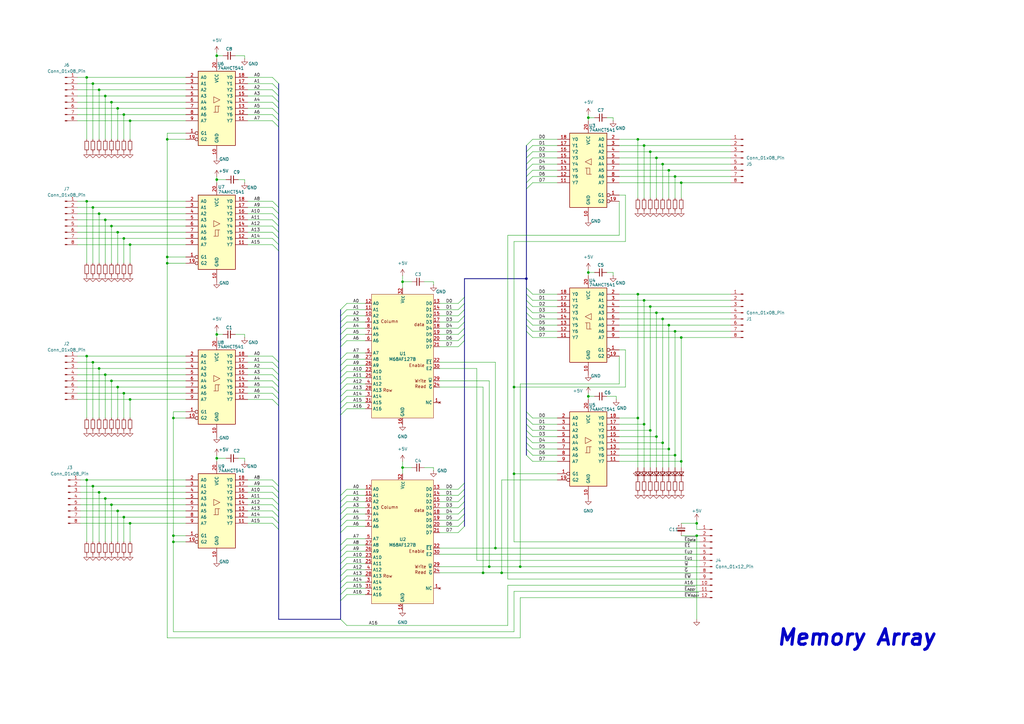
<source format=kicad_sch>
(kicad_sch (version 20250114) (generator "eeschema") (generator_version "9.0")
  (paper "A3")
  (text "Memory Array" (at 351.282 261.62 0) (effects (font (size 6.35 6.35) (thickness 1.27) (bold yes) (italic yes))))
  (junction (at 40.64 36.83))
  (junction (at 35.56 146.05))
  (junction (at 271.78 181.61))
  (junction (at 45.72 92.71))
  (junction (at 210.82 158.75))
  (junction (at 50.8 212.09))
  (junction (at 203.2 224.79))
  (junction (at 210.82 194.31))
  (junction (at 269.24 64.77))
  (junction (at 45.72 41.91))
  (junction (at 38.1 34.29))
  (junction (at 88.9 137.16))
  (junction (at 241.3 48.26))
  (junction (at 269.24 179.07))
  (junction (at 264.16 173.99))
  (junction (at 200.66 232.41))
  (junction (at 43.18 90.17))
  (junction (at 45.72 207.01))
  (junction (at 38.1 199.39))
  (junction (at 48.26 158.75))
  (junction (at 285.75 219.71))
  (junction (at 215.9 114.3))
  (junction (at 38.1 148.59))
  (junction (at 40.64 151.13))
  (junction (at 165.1 191.77))
  (junction (at 71.12 171.45))
  (junction (at 40.64 201.93))
  (junction (at 213.36 232.41))
  (junction (at 71.12 219.71))
  (junction (at 53.34 214.63))
  (junction (at 285.75 214.63))
  (junction (at 50.8 97.79))
  (junction (at 276.86 135.89))
  (junction (at 266.7 62.23))
  (junction (at 35.56 82.55))
  (junction (at 271.78 130.81))
  (junction (at 264.16 123.19))
  (junction (at 274.32 69.85))
  (junction (at 269.24 128.27))
  (junction (at 40.64 87.63))
  (junction (at 68.58 57.15))
  (junction (at 43.18 204.47))
  (junction (at 274.32 133.35))
  (junction (at 68.58 107.95))
  (junction (at 53.34 163.83))
  (junction (at 88.9 73.66))
  (junction (at 165.1 115.57))
  (junction (at 276.86 186.69))
  (junction (at 279.4 138.43))
  (junction (at 50.8 46.99))
  (junction (at 266.7 176.53))
  (junction (at 45.72 156.21))
  (junction (at 48.26 95.25))
  (junction (at 271.78 67.31))
  (junction (at 50.8 161.29))
  (junction (at 279.4 74.93))
  (junction (at 266.7 125.73))
  (junction (at 71.12 222.25))
  (junction (at 48.26 209.55))
  (junction (at 198.12 234.95))
  (junction (at 35.56 31.75))
  (junction (at 261.62 120.65))
  (junction (at 261.62 171.45))
  (junction (at 279.4 189.23))
  (junction (at 88.9 22.86))
  (junction (at 241.3 162.56))
  (junction (at 35.56 196.85))
  (junction (at 264.16 59.69))
  (junction (at 38.1 85.09))
  (junction (at 274.32 184.15))
  (junction (at 43.18 39.37))
  (junction (at 48.26 44.45))
  (junction (at 276.86 72.39))
  (junction (at 68.58 105.41))
  (junction (at 43.18 153.67))
  (junction (at 53.34 49.53))
  (junction (at 53.34 100.33))
  (junction (at 241.3 111.76))
  (junction (at 205.74 234.95))
  (junction (at 261.62 57.15))
  (junction (at 88.9 187.96))
  (bus_entry (at 215.9 133.35) (size 2.54 2.54))
  (bus_entry (at 215.9 181.61) (size 2.54 2.54))
  (bus_entry (at 215.9 74.93) (size 2.54 -2.54))
  (bus_entry (at 139.7 137.16) (size 2.54 -2.54))
  (bus_entry (at 139.7 243.84) (size 2.54 -2.54))
  (bus_entry (at 114.3 204.47) (size -2.54 -2.54))
  (bus_entry (at 114.3 201.93) (size -2.54 -2.54))
  (bus_entry (at 114.3 52.07) (size -2.54 -2.54))
  (bus_entry (at 139.7 210.82) (size 2.54 -2.54))
  (bus_entry (at 215.9 168.91) (size 2.54 2.54))
  (bus_entry (at 190.5 203.2) (size -2.54 2.54))
  (bus_entry (at 114.3 87.63) (size -2.54 -2.54))
  (bus_entry (at 139.7 142.24) (size 2.54 -2.54))
  (bus_entry (at 190.5 210.82) (size -2.54 2.54))
  (bus_entry (at 139.7 203.2) (size 2.54 -2.54))
  (bus_entry (at 139.7 160.02) (size 2.54 -2.54))
  (bus_entry (at 139.7 165.1) (size 2.54 -2.54))
  (bus_entry (at 190.5 137.16) (size -2.54 2.54))
  (bus_entry (at 190.5 139.7) (size -2.54 2.54))
  (bus_entry (at 139.7 228.6) (size 2.54 -2.54))
  (bus_entry (at 215.9 64.77) (size 2.54 -2.54))
  (bus_entry (at 215.9 125.73) (size 2.54 2.54))
  (bus_entry (at 114.3 95.25) (size -2.54 -2.54))
  (bus_entry (at 114.3 166.37) (size -2.54 -2.54))
  (bus_entry (at 114.3 41.91) (size -2.54 -2.54))
  (bus_entry (at 139.7 134.62) (size 2.54 -2.54))
  (bus_entry (at 114.3 36.83) (size -2.54 -2.54))
  (bus_entry (at 139.7 213.36) (size 2.54 -2.54))
  (bus_entry (at 215.9 179.07) (size 2.54 2.54))
  (bus_entry (at 190.5 215.9) (size -2.54 2.54))
  (bus_entry (at 114.3 49.53) (size -2.54 -2.54))
  (bus_entry (at 139.7 162.56) (size 2.54 -2.54))
  (bus_entry (at 215.9 77.47) (size 2.54 -2.54))
  (bus_entry (at 139.7 127) (size 2.54 -2.54))
  (bus_entry (at 114.3 102.87) (size -2.54 -2.54))
  (bus_entry (at 114.3 161.29) (size -2.54 -2.54))
  (bus_entry (at 139.7 139.7) (size 2.54 -2.54))
  (bus_entry (at 114.3 90.17) (size -2.54 -2.54))
  (bus_entry (at 114.3 153.67) (size -2.54 -2.54))
  (bus_entry (at 114.3 92.71) (size -2.54 -2.54))
  (bus_entry (at 190.5 121.92) (size -2.54 2.54))
  (bus_entry (at 114.3 100.33) (size -2.54 -2.54))
  (bus_entry (at 139.7 157.48) (size 2.54 -2.54))
  (bus_entry (at 215.9 59.69) (size 2.54 -2.54))
  (bus_entry (at 114.3 151.13) (size -2.54 -2.54))
  (bus_entry (at 139.7 223.52) (size 2.54 -2.54))
  (bus_entry (at 215.9 118.11) (size 2.54 2.54))
  (bus_entry (at 139.7 208.28) (size 2.54 -2.54))
  (bus_entry (at 190.5 124.46) (size -2.54 2.54))
  (bus_entry (at 139.7 154.94) (size 2.54 -2.54))
  (bus_entry (at 139.7 129.54) (size 2.54 -2.54))
  (bus_entry (at 215.9 72.39) (size 2.54 -2.54))
  (bus_entry (at 190.5 205.74) (size -2.54 2.54))
  (bus_entry (at 139.7 226.06) (size 2.54 -2.54))
  (bus_entry (at 190.5 213.36) (size -2.54 2.54))
  (bus_entry (at 114.3 156.21) (size -2.54 -2.54))
  (bus_entry (at 114.3 209.55) (size -2.54 -2.54))
  (bus_entry (at 190.5 198.12) (size -2.54 2.54))
  (bus_entry (at 114.3 217.17) (size -2.54 -2.54))
  (bus_entry (at 139.7 238.76) (size 2.54 -2.54))
  (bus_entry (at 215.9 67.31) (size 2.54 -2.54))
  (bus_entry (at 215.9 62.23) (size 2.54 -2.54))
  (bus_entry (at 215.9 176.53) (size 2.54 2.54))
  (bus_entry (at 139.7 167.64) (size 2.54 -2.54))
  (bus_entry (at 139.7 205.74) (size 2.54 -2.54))
  (bus_entry (at 114.3 34.29) (size -2.54 -2.54))
  (bus_entry (at 215.9 123.19) (size 2.54 2.54))
  (bus_entry (at 139.7 149.86) (size 2.54 -2.54))
  (bus_entry (at 215.9 186.69) (size 2.54 2.54))
  (bus_entry (at 114.3 214.63) (size -2.54 -2.54))
  (bus_entry (at 114.3 158.75) (size -2.54 -2.54))
  (bus_entry (at 139.7 231.14) (size 2.54 -2.54))
  (bus_entry (at 114.3 39.37) (size -2.54 -2.54))
  (bus_entry (at 114.3 148.59) (size -2.54 -2.54))
  (bus_entry (at 215.9 69.85) (size 2.54 -2.54))
  (bus_entry (at 190.5 134.62) (size -2.54 2.54))
  (bus_entry (at 114.3 46.99) (size -2.54 -2.54))
  (bus_entry (at 215.9 171.45) (size 2.54 2.54))
  (bus_entry (at 215.9 135.89) (size 2.54 2.54))
  (bus_entry (at 190.5 127) (size -2.54 2.54))
  (bus_entry (at 139.7 236.22) (size 2.54 -2.54))
  (bus_entry (at 139.7 215.9) (size 2.54 -2.54))
  (bus_entry (at 114.3 163.83) (size -2.54 -2.54))
  (bus_entry (at 215.9 128.27) (size 2.54 2.54))
  (bus_entry (at 114.3 97.79) (size -2.54 -2.54))
  (bus_entry (at 190.5 132.08) (size -2.54 2.54))
  (bus_entry (at 139.7 233.68) (size 2.54 -2.54))
  (bus_entry (at 139.7 246.38) (size 2.54 -2.54))
  (bus_entry (at 139.7 241.3) (size 2.54 -2.54))
  (bus_entry (at 190.5 208.28) (size -2.54 2.54))
  (bus_entry (at 139.7 254) (size 2.54 2.54))
  (bus_entry (at 139.7 147.32) (size 2.54 -2.54))
  (bus_entry (at 190.5 129.54) (size -2.54 2.54))
  (bus_entry (at 215.9 173.99) (size 2.54 2.54))
  (bus_entry (at 114.3 207.01) (size -2.54 -2.54))
  (bus_entry (at 114.3 44.45) (size -2.54 -2.54))
  (bus_entry (at 114.3 199.39) (size -2.54 -2.54))
  (bus_entry (at 215.9 120.65) (size 2.54 2.54))
  (bus_entry (at 114.3 212.09) (size -2.54 -2.54))
  (bus_entry (at 215.9 130.81) (size 2.54 2.54))
  (bus_entry (at 139.7 218.44) (size 2.54 -2.54))
  (bus_entry (at 139.7 132.08) (size 2.54 -2.54))
  (bus_entry (at 139.7 152.4) (size 2.54 -2.54))
  (bus_entry (at 190.5 200.66) (size -2.54 2.54))
  (bus_entry (at 215.9 184.15) (size 2.54 2.54))
  (bus_entry (at 114.3 85.09) (size -2.54 -2.54))
  (bus_entry (at 139.7 170.18) (size 2.54 -2.54))
  (wire (pts (xy 218.44 74.93) (xy 228.6 74.93)))
  (wire (pts (xy 203.2 148.59) (xy 180.34 148.59)))
  (wire (pts (xy 254 173.99) (xy 264.16 173.99)))
  (wire (pts (xy 111.76 82.55) (xy 101.6 82.55)))
  (wire (pts (xy 299.72 130.81) (xy 271.78 130.81)))
  (wire (pts (xy 31.75 100.33) (xy 53.34 100.33)))
  (wire (pts (xy 142.24 236.22) (xy 149.86 236.22)))
  (wire (pts (xy 266.7 62.23) (xy 299.72 62.23)))
  (wire (pts (xy 43.18 204.47) (xy 43.18 222.25)))
  (wire (pts (xy 177.8 191.77) (xy 177.8 193.04)))
  (wire (pts (xy 254 176.53) (xy 266.7 176.53)))
  (wire (pts (xy 50.8 161.29) (xy 76.2 161.29)))
  (wire (pts (xy 210.82 194.31) (xy 210.82 158.75)))
  (wire (pts (xy 33.02 212.09) (xy 50.8 212.09)))
  (wire (pts (xy 218.44 120.65) (xy 228.6 120.65)))
  (wire (pts (xy 285.75 213.36) (xy 285.75 214.63)))
  (wire (pts (xy 88.9 21.59) (xy 88.9 22.86)))
  (wire (pts (xy 142.24 238.76) (xy 149.86 238.76)))
  (bus (pts (xy 139.7 210.82) (xy 139.7 213.36)))
  (wire (pts (xy 264.16 59.69) (xy 264.16 81.28)))
  (wire (pts (xy 254 179.07) (xy 269.24 179.07)))
  (bus (pts (xy 139.7 223.52) (xy 139.7 226.06)))
  (bus (pts (xy 139.7 170.18) (xy 139.7 203.2)))
  (wire (pts (xy 165.1 115.57) (xy 165.1 118.11)))
  (wire (pts (xy 210.82 194.31) (xy 228.6 194.31)))
  (bus (pts (xy 215.9 181.61) (xy 215.9 179.07)))
  (wire (pts (xy 276.86 135.89) (xy 299.72 135.89)))
  (wire (pts (xy 274.32 184.15) (xy 274.32 191.77)))
  (wire (pts (xy 142.24 139.7) (xy 149.86 139.7)))
  (wire (pts (xy 38.1 34.29) (xy 76.2 34.29)))
  (wire (pts (xy 213.36 261.62) (xy 213.36 245.11)))
  (wire (pts (xy 88.9 187.96) (xy 92.71 187.96)))
  (bus (pts (xy 114.3 87.63) (xy 114.3 90.17)))
  (bus (pts (xy 114.3 95.25) (xy 114.3 97.79)))
  (wire (pts (xy 165.1 191.77) (xy 165.1 194.31)))
  (wire (pts (xy 142.24 124.46) (xy 149.86 124.46)))
  (wire (pts (xy 187.96 200.66) (xy 180.34 200.66)))
  (wire (pts (xy 208.28 256.54) (xy 208.28 240.03)))
  (wire (pts (xy 35.56 82.55) (xy 76.2 82.55)))
  (wire (pts (xy 142.24 165.1) (xy 149.86 165.1)))
  (wire (pts (xy 100.33 137.16) (xy 100.33 138.43)))
  (wire (pts (xy 53.34 214.63) (xy 53.34 222.25)))
  (wire (pts (xy 254 62.23) (xy 266.7 62.23)))
  (bus (pts (xy 139.7 132.08) (xy 139.7 134.62)))
  (wire (pts (xy 71.12 171.45) (xy 76.2 171.45)))
  (wire (pts (xy 261.62 120.65) (xy 254 120.65)))
  (wire (pts (xy 173.99 115.57) (xy 177.8 115.57)))
  (wire (pts (xy 218.44 123.19) (xy 228.6 123.19)))
  (wire (pts (xy 254 157.48) (xy 213.36 157.48)))
  (wire (pts (xy 50.8 97.79) (xy 50.8 107.95)))
  (wire (pts (xy 254 64.77) (xy 269.24 64.77)))
  (wire (pts (xy 142.24 200.66) (xy 149.86 200.66)))
  (wire (pts (xy 38.1 222.25) (xy 38.1 199.39)))
  (wire (pts (xy 97.79 73.66) (xy 100.33 73.66)))
  (wire (pts (xy 210.82 158.75) (xy 256.54 158.75)))
  (bus (pts (xy 114.3 207.01) (xy 114.3 209.55)))
  (bus (pts (xy 139.7 139.7) (xy 139.7 142.24)))
  (wire (pts (xy 279.4 74.93) (xy 279.4 81.28)))
  (wire (pts (xy 276.86 72.39) (xy 299.72 72.39)))
  (wire (pts (xy 53.34 100.33) (xy 53.34 107.95)))
  (wire (pts (xy 266.7 176.53) (xy 266.7 125.73)))
  (bus (pts (xy 190.5 114.3) (xy 190.5 121.92)))
  (wire (pts (xy 142.24 132.08) (xy 149.86 132.08)))
  (bus (pts (xy 114.3 212.09) (xy 114.3 214.63)))
  (wire (pts (xy 203.2 224.79) (xy 203.2 148.59)))
  (wire (pts (xy 213.36 245.11) (xy 287.02 245.11)))
  (bus (pts (xy 139.7 228.6) (xy 139.7 231.14)))
  (wire (pts (xy 111.76 49.53) (xy 101.6 49.53)))
  (bus (pts (xy 139.7 134.62) (xy 139.7 137.16)))
  (wire (pts (xy 173.99 191.77) (xy 177.8 191.77)))
  (bus (pts (xy 215.9 171.45) (xy 215.9 168.91)))
  (wire (pts (xy 254 80.01) (xy 256.54 80.01)))
  (wire (pts (xy 142.24 154.94) (xy 149.86 154.94)))
  (wire (pts (xy 142.24 256.54) (xy 208.28 256.54)))
  (wire (pts (xy 142.24 137.16) (xy 149.86 137.16)))
  (bus (pts (xy 139.7 160.02) (xy 139.7 162.56)))
  (wire (pts (xy 187.96 218.44) (xy 180.34 218.44)))
  (wire (pts (xy 218.44 138.43) (xy 228.6 138.43)))
  (wire (pts (xy 48.26 158.75) (xy 76.2 158.75)))
  (wire (pts (xy 210.82 222.25) (xy 287.02 222.25)))
  (bus (pts (xy 190.5 137.16) (xy 190.5 139.7)))
  (wire (pts (xy 43.18 90.17) (xy 43.18 107.95)))
  (bus (pts (xy 190.5 203.2) (xy 190.5 200.66)))
  (wire (pts (xy 218.44 64.77) (xy 228.6 64.77)))
  (wire (pts (xy 111.76 95.25) (xy 101.6 95.25)))
  (bus (pts (xy 215.9 130.81) (xy 215.9 128.27)))
  (bus (pts (xy 139.7 254) (xy 114.3 254)))
  (wire (pts (xy 285.75 217.17) (xy 287.02 217.17)))
  (bus (pts (xy 114.3 166.37) (xy 114.3 199.39)))
  (bus (pts (xy 114.3 90.17) (xy 114.3 92.71)))
  (wire (pts (xy 187.96 203.2) (xy 180.34 203.2)))
  (wire (pts (xy 256.54 158.75) (xy 256.54 143.51)))
  (wire (pts (xy 218.44 176.53) (xy 228.6 176.53)))
  (wire (pts (xy 33.02 214.63) (xy 53.34 214.63)))
  (bus (pts (xy 215.9 184.15) (xy 215.9 181.61)))
  (wire (pts (xy 218.44 179.07) (xy 228.6 179.07)))
  (wire (pts (xy 271.78 181.61) (xy 271.78 130.81)))
  (wire (pts (xy 50.8 46.99) (xy 50.8 57.15)))
  (wire (pts (xy 264.16 123.19) (xy 254 123.19)))
  (bus (pts (xy 114.3 49.53) (xy 114.3 52.07)))
  (wire (pts (xy 269.24 179.07) (xy 269.24 191.77)))
  (wire (pts (xy 31.75 97.79) (xy 50.8 97.79)))
  (wire (pts (xy 40.64 151.13) (xy 76.2 151.13)))
  (bus (pts (xy 114.3 153.67) (xy 114.3 156.21)))
  (wire (pts (xy 31.75 90.17) (xy 43.18 90.17)))
  (bus (pts (xy 215.9 133.35) (xy 215.9 130.81)))
  (wire (pts (xy 187.96 137.16) (xy 180.34 137.16)))
  (bus (pts (xy 114.3 41.91) (xy 114.3 44.45)))
  (wire (pts (xy 252.73 162.56) (xy 252.73 163.83)))
  (wire (pts (xy 218.44 57.15) (xy 228.6 57.15)))
  (wire (pts (xy 111.76 212.09) (xy 101.6 212.09)))
  (wire (pts (xy 50.8 212.09) (xy 76.2 212.09)))
  (wire (pts (xy 142.24 162.56) (xy 149.86 162.56)))
  (wire (pts (xy 210.82 99.06) (xy 210.82 158.75)))
  (wire (pts (xy 213.36 157.48) (xy 213.36 232.41)))
  (wire (pts (xy 33.02 199.39) (xy 38.1 199.39)))
  (bus (pts (xy 139.7 233.68) (xy 139.7 236.22)))
  (bus (pts (xy 190.5 132.08) (xy 190.5 134.62)))
  (wire (pts (xy 88.9 135.89) (xy 88.9 137.16)))
  (wire (pts (xy 31.75 153.67) (xy 43.18 153.67)))
  (wire (pts (xy 142.24 167.64) (xy 149.86 167.64)))
  (wire (pts (xy 35.56 82.55) (xy 35.56 107.95)))
  (wire (pts (xy 88.9 73.66) (xy 92.71 73.66)))
  (wire (pts (xy 200.66 156.21) (xy 200.66 232.41)))
  (wire (pts (xy 53.34 100.33) (xy 76.2 100.33)))
  (wire (pts (xy 45.72 41.91) (xy 45.72 57.15)))
  (bus (pts (xy 215.9 125.73) (xy 215.9 123.19)))
  (wire (pts (xy 285.75 214.63) (xy 285.75 217.17)))
  (bus (pts (xy 114.3 156.21) (xy 114.3 158.75)))
  (wire (pts (xy 213.36 232.41) (xy 200.66 232.41)))
  (wire (pts (xy 31.75 36.83) (xy 40.64 36.83)))
  (bus (pts (xy 139.7 137.16) (xy 139.7 139.7)))
  (wire (pts (xy 218.44 72.39) (xy 228.6 72.39)))
  (wire (pts (xy 33.02 201.93) (xy 40.64 201.93)))
  (bus (pts (xy 190.5 121.92) (xy 190.5 124.46)))
  (wire (pts (xy 187.96 215.9) (xy 180.34 215.9)))
  (wire (pts (xy 241.3 162.56) (xy 241.3 163.83)))
  (bus (pts (xy 139.7 149.86) (xy 139.7 152.4)))
  (bus (pts (xy 114.3 46.99) (xy 114.3 49.53)))
  (wire (pts (xy 100.33 22.86) (xy 100.33 24.13)))
  (wire (pts (xy 68.58 54.61) (xy 68.58 57.15)))
  (wire (pts (xy 111.76 158.75) (xy 101.6 158.75)))
  (wire (pts (xy 279.4 214.63) (xy 285.75 214.63)))
  (bus (pts (xy 190.5 134.62) (xy 190.5 137.16)))
  (wire (pts (xy 285.75 219.71) (xy 287.02 219.71)))
  (wire (pts (xy 33.02 207.01) (xy 45.72 207.01)))
  (wire (pts (xy 276.86 72.39) (xy 276.86 81.28)))
  (bus (pts (xy 139.7 152.4) (xy 139.7 154.94)))
  (wire (pts (xy 254 181.61) (xy 271.78 181.61)))
  (wire (pts (xy 48.26 44.45) (xy 48.26 57.15)))
  (wire (pts (xy 254 146.05) (xy 254 157.48)))
  (bus (pts (xy 114.3 161.29) (xy 114.3 163.83)))
  (bus (pts (xy 190.5 198.12) (xy 190.5 200.66)))
  (wire (pts (xy 111.76 39.37) (xy 101.6 39.37)))
  (wire (pts (xy 248.92 48.26) (xy 251.46 48.26)))
  (wire (pts (xy 53.34 49.53) (xy 53.34 57.15)))
  (wire (pts (xy 50.8 46.99) (xy 76.2 46.99)))
  (wire (pts (xy 31.75 95.25) (xy 48.26 95.25)))
  (wire (pts (xy 45.72 207.01) (xy 45.72 222.25)))
  (wire (pts (xy 203.2 224.79) (xy 287.02 224.79)))
  (bus (pts (xy 114.3 39.37) (xy 114.3 41.91)))
  (bus (pts (xy 215.9 64.77) (xy 215.9 62.23)))
  (wire (pts (xy 88.9 72.39) (xy 88.9 73.66)))
  (wire (pts (xy 256.54 80.01) (xy 256.54 99.06)))
  (wire (pts (xy 218.44 125.73) (xy 228.6 125.73)))
  (wire (pts (xy 276.86 186.69) (xy 276.86 135.89)))
  (wire (pts (xy 111.76 146.05) (xy 101.6 146.05)))
  (wire (pts (xy 111.76 161.29) (xy 101.6 161.29)))
  (wire (pts (xy 88.9 73.66) (xy 88.9 74.93)))
  (wire (pts (xy 269.24 179.07) (xy 269.24 128.27)))
  (wire (pts (xy 31.75 158.75) (xy 48.26 158.75)))
  (wire (pts (xy 45.72 41.91) (xy 76.2 41.91)))
  (wire (pts (xy 299.72 74.93) (xy 279.4 74.93)))
  (wire (pts (xy 210.82 242.57) (xy 210.82 259.08)))
  (wire (pts (xy 198.12 158.75) (xy 198.12 234.95)))
  (bus (pts (xy 190.5 213.36) (xy 190.5 215.9)))
  (wire (pts (xy 142.24 134.62) (xy 149.86 134.62)))
  (wire (pts (xy 40.64 171.45) (xy 40.64 151.13)))
  (wire (pts (xy 142.24 147.32) (xy 149.86 147.32)))
  (bus (pts (xy 139.7 154.94) (xy 139.7 157.48)))
  (wire (pts (xy 266.7 62.23) (xy 266.7 81.28)))
  (bus (pts (xy 139.7 142.24) (xy 139.7 147.32)))
  (wire (pts (xy 38.1 148.59) (xy 76.2 148.59)))
  (wire (pts (xy 187.96 205.74) (xy 180.34 205.74)))
  (wire (pts (xy 254 57.15) (xy 261.62 57.15)))
  (bus (pts (xy 190.5 203.2) (xy 190.5 205.74)))
  (wire (pts (xy 243.84 48.26) (xy 241.3 48.26)))
  (wire (pts (xy 31.75 82.55) (xy 35.56 82.55)))
  (bus (pts (xy 114.3 36.83) (xy 114.3 39.37)))
  (wire (pts (xy 142.24 231.14) (xy 149.86 231.14)))
  (wire (pts (xy 142.24 233.68) (xy 149.86 233.68)))
  (bus (pts (xy 190.5 129.54) (xy 190.5 127)))
  (bus (pts (xy 114.3 52.07) (xy 114.3 85.09)))
  (bus (pts (xy 139.7 243.84) (xy 139.7 246.38)))
  (wire (pts (xy 279.4 219.71) (xy 285.75 219.71)))
  (wire (pts (xy 241.3 161.29) (xy 241.3 162.56)))
  (bus (pts (xy 139.7 238.76) (xy 139.7 241.3)))
  (wire (pts (xy 210.82 194.31) (xy 210.82 222.25)))
  (wire (pts (xy 142.24 223.52) (xy 149.86 223.52)))
  (wire (pts (xy 218.44 133.35) (xy 228.6 133.35)))
  (wire (pts (xy 88.9 186.69) (xy 88.9 187.96)))
  (wire (pts (xy 76.2 219.71) (xy 71.12 219.71)))
  (wire (pts (xy 254 184.15) (xy 274.32 184.15)))
  (wire (pts (xy 299.72 138.43) (xy 279.4 138.43)))
  (wire (pts (xy 256.54 99.06) (xy 210.82 99.06)))
  (wire (pts (xy 111.76 163.83) (xy 101.6 163.83)))
  (wire (pts (xy 111.76 46.99) (xy 101.6 46.99)))
  (bus (pts (xy 215.9 77.47) (xy 215.9 74.93)))
  (wire (pts (xy 254 82.55) (xy 254 96.52)))
  (wire (pts (xy 210.82 242.57) (xy 287.02 242.57)))
  (bus (pts (xy 215.9 69.85) (xy 215.9 72.39)))
  (wire (pts (xy 96.52 22.86) (xy 100.33 22.86)))
  (wire (pts (xy 180.34 224.79) (xy 203.2 224.79)))
  (bus (pts (xy 139.7 205.74) (xy 139.7 208.28)))
  (wire (pts (xy 97.79 187.96) (xy 100.33 187.96)))
  (wire (pts (xy 71.12 222.25) (xy 71.12 259.08)))
  (wire (pts (xy 266.7 125.73) (xy 254 125.73)))
  (wire (pts (xy 111.76 34.29) (xy 101.6 34.29)))
  (wire (pts (xy 205.74 234.95) (xy 287.02 234.95)))
  (wire (pts (xy 88.9 187.96) (xy 88.9 189.23)))
  (wire (pts (xy 45.72 92.71) (xy 45.72 107.95)))
  (wire (pts (xy 269.24 64.77) (xy 269.24 81.28)))
  (wire (pts (xy 100.33 187.96) (xy 100.33 189.23)))
  (wire (pts (xy 111.76 204.47) (xy 101.6 204.47)))
  (wire (pts (xy 142.24 203.2) (xy 149.86 203.2)))
  (bus (pts (xy 215.9 186.69) (xy 215.9 184.15)))
  (wire (pts (xy 285.75 219.71) (xy 285.75 254)))
  (wire (pts (xy 68.58 107.95) (xy 76.2 107.95)))
  (wire (pts (xy 68.58 107.95) (xy 68.58 261.62)))
  (wire (pts (xy 271.78 67.31) (xy 299.72 67.31)))
  (wire (pts (xy 48.26 95.25) (xy 76.2 95.25)))
  (bus (pts (xy 139.7 167.64) (xy 139.7 170.18)))
  (wire (pts (xy 40.64 57.15) (xy 40.64 36.83)))
  (bus (pts (xy 114.3 214.63) (xy 114.3 217.17)))
  (wire (pts (xy 276.86 186.69) (xy 276.86 191.77)))
  (wire (pts (xy 241.3 48.26) (xy 241.3 49.53)))
  (wire (pts (xy 111.76 87.63) (xy 101.6 87.63)))
  (wire (pts (xy 31.75 34.29) (xy 38.1 34.29)))
  (wire (pts (xy 142.24 205.74) (xy 149.86 205.74)))
  (wire (pts (xy 31.75 92.71) (xy 45.72 92.71)))
  (bus (pts (xy 139.7 157.48) (xy 139.7 160.02)))
  (wire (pts (xy 266.7 176.53) (xy 266.7 191.77)))
  (wire (pts (xy 31.75 151.13) (xy 40.64 151.13)))
  (wire (pts (xy 274.32 69.85) (xy 299.72 69.85)))
  (wire (pts (xy 45.72 156.21) (xy 76.2 156.21)))
  (wire (pts (xy 195.58 229.87) (xy 287.02 229.87)))
  (wire (pts (xy 269.24 64.77) (xy 299.72 64.77)))
  (wire (pts (xy 111.76 196.85) (xy 101.6 196.85)))
  (bus (pts (xy 215.9 69.85) (xy 215.9 67.31)))
  (bus (pts (xy 215.9 128.27) (xy 215.9 125.73)))
  (wire (pts (xy 71.12 219.71) (xy 71.12 222.25)))
  (wire (pts (xy 261.62 57.15) (xy 299.72 57.15)))
  (wire (pts (xy 35.56 31.75) (xy 35.56 57.15)))
  (wire (pts (xy 31.75 39.37) (xy 43.18 39.37)))
  (bus (pts (xy 114.3 97.79) (xy 114.3 100.33)))
  (wire (pts (xy 187.96 139.7) (xy 180.34 139.7)))
  (wire (pts (xy 142.24 144.78) (xy 149.86 144.78)))
  (wire (pts (xy 31.75 49.53) (xy 53.34 49.53)))
  (bus (pts (xy 139.7 226.06) (xy 139.7 228.6)))
  (wire (pts (xy 251.46 48.26) (xy 251.46 49.53)))
  (wire (pts (xy 53.34 163.83) (xy 76.2 163.83)))
  (wire (pts (xy 218.44 130.81) (xy 228.6 130.81)))
  (bus (pts (xy 114.3 151.13) (xy 114.3 153.67)))
  (wire (pts (xy 256.54 143.51) (xy 254 143.51)))
  (wire (pts (xy 208.28 96.52) (xy 208.28 237.49)))
  (bus (pts (xy 139.7 147.32) (xy 139.7 149.86)))
  (wire (pts (xy 50.8 97.79) (xy 76.2 97.79)))
  (bus (pts (xy 215.9 114.3) (xy 190.5 114.3)))
  (bus (pts (xy 215.9 168.91) (xy 215.9 135.89)))
  (wire (pts (xy 71.12 259.08) (xy 210.82 259.08)))
  (wire (pts (xy 241.3 111.76) (xy 241.3 113.03)))
  (wire (pts (xy 76.2 54.61) (xy 68.58 54.61)))
  (bus (pts (xy 114.3 148.59) (xy 114.3 151.13)))
  (wire (pts (xy 254 96.52) (xy 208.28 96.52)))
  (bus (pts (xy 139.7 127) (xy 139.7 129.54)))
  (wire (pts (xy 279.4 189.23) (xy 279.4 138.43)))
  (wire (pts (xy 68.58 105.41) (xy 76.2 105.41)))
  (wire (pts (xy 271.78 67.31) (xy 271.78 81.28)))
  (wire (pts (xy 100.33 73.66) (xy 100.33 74.93)))
  (wire (pts (xy 111.76 85.09) (xy 101.6 85.09)))
  (wire (pts (xy 165.1 189.23) (xy 165.1 191.77)))
  (wire (pts (xy 40.64 87.63) (xy 76.2 87.63)))
  (wire (pts (xy 71.12 168.91) (xy 71.12 171.45)))
  (wire (pts (xy 180.34 234.95) (xy 198.12 234.95)))
  (wire (pts (xy 111.76 199.39) (xy 101.6 199.39)))
  (wire (pts (xy 180.34 227.33) (xy 287.02 227.33)))
  (bus (pts (xy 215.9 64.77) (xy 215.9 67.31)))
  (bus (pts (xy 215.9 173.99) (xy 215.9 171.45)))
  (bus (pts (xy 190.5 127) (xy 190.5 124.46)))
  (wire (pts (xy 200.66 156.21) (xy 180.34 156.21)))
  (wire (pts (xy 111.76 36.83) (xy 101.6 36.83)))
  (wire (pts (xy 40.64 201.93) (xy 76.2 201.93)))
  (bus (pts (xy 215.9 74.93) (xy 215.9 72.39)))
  (wire (pts (xy 218.44 189.23) (xy 228.6 189.23)))
  (wire (pts (xy 53.34 49.53) (xy 76.2 49.53)))
  (bus (pts (xy 139.7 165.1) (xy 139.7 167.64)))
  (wire (pts (xy 31.75 148.59) (xy 38.1 148.59)))
  (wire (pts (xy 43.18 153.67) (xy 43.18 171.45)))
  (wire (pts (xy 218.44 186.69) (xy 228.6 186.69)))
  (wire (pts (xy 261.62 120.65) (xy 261.62 171.45)))
  (wire (pts (xy 48.26 44.45) (xy 76.2 44.45)))
  (bus (pts (xy 215.9 120.65) (xy 215.9 118.11)))
  (wire (pts (xy 111.76 156.21) (xy 101.6 156.21)))
  (bus (pts (xy 215.9 179.07) (xy 215.9 176.53)))
  (wire (pts (xy 248.92 111.76) (xy 251.46 111.76)))
  (wire (pts (xy 111.76 31.75) (xy 101.6 31.75)))
  (wire (pts (xy 31.75 163.83) (xy 53.34 163.83)))
  (wire (pts (xy 43.18 204.47) (xy 76.2 204.47)))
  (wire (pts (xy 142.24 228.6) (xy 149.86 228.6)))
  (wire (pts (xy 264.16 173.99) (xy 264.16 191.77)))
  (wire (pts (xy 38.1 57.15) (xy 38.1 34.29)))
  (wire (pts (xy 142.24 149.86) (xy 149.86 149.86)))
  (bus (pts (xy 215.9 118.11) (xy 215.9 114.3)))
  (bus (pts (xy 139.7 215.9) (xy 139.7 218.44)))
  (wire (pts (xy 48.26 158.75) (xy 48.26 171.45)))
  (bus (pts (xy 215.9 77.47) (xy 215.9 114.3)))
  (wire (pts (xy 218.44 62.23) (xy 228.6 62.23)))
  (wire (pts (xy 111.76 100.33) (xy 101.6 100.33)))
  (wire (pts (xy 43.18 39.37) (xy 76.2 39.37)))
  (wire (pts (xy 269.24 128.27) (xy 254 128.27)))
  (wire (pts (xy 142.24 129.54) (xy 149.86 129.54)))
  (wire (pts (xy 68.58 261.62) (xy 213.36 261.62)))
  (wire (pts (xy 45.72 156.21) (xy 45.72 171.45)))
  (wire (pts (xy 187.96 208.28) (xy 180.34 208.28)))
  (wire (pts (xy 261.62 171.45) (xy 261.62 191.77)))
  (wire (pts (xy 165.1 115.57) (xy 168.91 115.57)))
  (wire (pts (xy 218.44 69.85) (xy 228.6 69.85)))
  (bus (pts (xy 139.7 241.3) (xy 139.7 243.84)))
  (wire (pts (xy 35.56 196.85) (xy 35.56 222.25)))
  (wire (pts (xy 299.72 123.19) (xy 264.16 123.19)))
  (wire (pts (xy 274.32 184.15) (xy 274.32 133.35)))
  (wire (pts (xy 142.24 213.36) (xy 149.86 213.36)))
  (wire (pts (xy 111.76 153.67) (xy 101.6 153.67)))
  (bus (pts (xy 114.3 158.75) (xy 114.3 161.29)))
  (wire (pts (xy 208.28 240.03) (xy 287.02 240.03)))
  (wire (pts (xy 218.44 128.27) (xy 228.6 128.27)))
  (wire (pts (xy 111.76 151.13) (xy 101.6 151.13)))
  (bus (pts (xy 139.7 208.28) (xy 139.7 210.82)))
  (bus (pts (xy 114.3 85.09) (xy 114.3 87.63)))
  (wire (pts (xy 254 189.23) (xy 279.4 189.23)))
  (bus (pts (xy 114.3 44.45) (xy 114.3 46.99)))
  (wire (pts (xy 243.84 111.76) (xy 241.3 111.76)))
  (wire (pts (xy 68.58 105.41) (xy 68.58 107.95)))
  (wire (pts (xy 142.24 226.06) (xy 149.86 226.06)))
  (wire (pts (xy 88.9 22.86) (xy 88.9 24.13)))
  (wire (pts (xy 218.44 184.15) (xy 228.6 184.15)))
  (wire (pts (xy 111.76 41.91) (xy 101.6 41.91)))
  (bus (pts (xy 190.5 210.82) (xy 190.5 213.36)))
  (wire (pts (xy 33.02 196.85) (xy 35.56 196.85)))
  (wire (pts (xy 111.76 207.01) (xy 101.6 207.01)))
  (wire (pts (xy 35.56 146.05) (xy 76.2 146.05)))
  (wire (pts (xy 111.76 201.93) (xy 101.6 201.93)))
  (wire (pts (xy 38.1 199.39) (xy 76.2 199.39)))
  (wire (pts (xy 111.76 209.55) (xy 101.6 209.55)))
  (wire (pts (xy 248.92 162.56) (xy 252.73 162.56)))
  (wire (pts (xy 299.72 120.65) (xy 261.62 120.65)))
  (wire (pts (xy 142.24 220.98) (xy 149.86 220.98)))
  (wire (pts (xy 111.76 97.79) (xy 101.6 97.79)))
  (wire (pts (xy 254 171.45) (xy 261.62 171.45)))
  (wire (pts (xy 40.64 107.95) (xy 40.64 87.63)))
  (wire (pts (xy 111.76 44.45) (xy 101.6 44.45)))
  (bus (pts (xy 114.3 92.71) (xy 114.3 95.25)))
  (bus (pts (xy 190.5 132.08) (xy 190.5 129.54)))
  (wire (pts (xy 50.8 161.29) (xy 50.8 171.45)))
  (wire (pts (xy 38.1 171.45) (xy 38.1 148.59)))
  (wire (pts (xy 180.34 151.13) (xy 195.58 151.13)))
  (wire (pts (xy 187.96 132.08) (xy 180.34 132.08)))
  (wire (pts (xy 48.26 209.55) (xy 76.2 209.55)))
  (bus (pts (xy 190.5 139.7) (xy 190.5 198.12)))
  (wire (pts (xy 218.44 135.89) (xy 228.6 135.89)))
  (bus (pts (xy 215.9 59.69) (xy 215.9 62.23)))
  (wire (pts (xy 299.72 128.27) (xy 269.24 128.27)))
  (wire (pts (xy 45.72 92.71) (xy 76.2 92.71)))
  (wire (pts (xy 218.44 173.99) (xy 228.6 173.99)))
  (bus (pts (xy 215.9 135.89) (xy 215.9 133.35)))
  (wire (pts (xy 218.44 181.61) (xy 228.6 181.61)))
  (wire (pts (xy 251.46 111.76) (xy 251.46 113.03)))
  (wire (pts (xy 68.58 105.41) (xy 68.58 57.15)))
  (wire (pts (xy 43.18 90.17) (xy 76.2 90.17)))
  (wire (pts (xy 35.56 196.85) (xy 76.2 196.85)))
  (wire (pts (xy 76.2 168.91) (xy 71.12 168.91)))
  (wire (pts (xy 279.4 74.93) (xy 254 74.93)))
  (wire (pts (xy 31.75 161.29) (xy 50.8 161.29)))
  (wire (pts (xy 43.18 153.67) (xy 76.2 153.67)))
  (wire (pts (xy 31.75 146.05) (xy 35.56 146.05)))
  (wire (pts (xy 68.58 57.15) (xy 76.2 57.15)))
  (wire (pts (xy 187.96 134.62) (xy 180.34 134.62)))
  (bus (pts (xy 139.7 203.2) (xy 139.7 205.74)))
  (wire (pts (xy 261.62 57.15) (xy 261.62 81.28)))
  (wire (pts (xy 180.34 232.41) (xy 200.66 232.41)))
  (wire (pts (xy 111.76 90.17) (xy 101.6 90.17)))
  (wire (pts (xy 142.24 160.02) (xy 149.86 160.02)))
  (wire (pts (xy 88.9 137.16) (xy 88.9 138.43)))
  (wire (pts (xy 274.32 133.35) (xy 254 133.35)))
  (bus (pts (xy 114.3 102.87) (xy 114.3 148.59)))
  (bus (pts (xy 215.9 123.19) (xy 215.9 120.65)))
  (wire (pts (xy 271.78 181.61) (xy 271.78 191.77)))
  (wire (pts (xy 111.76 214.63) (xy 101.6 214.63)))
  (wire (pts (xy 31.75 85.09) (xy 38.1 85.09)))
  (wire (pts (xy 254 72.39) (xy 276.86 72.39)))
  (wire (pts (xy 33.02 209.55) (xy 48.26 209.55)))
  (bus (pts (xy 114.3 204.47) (xy 114.3 207.01)))
  (wire (pts (xy 31.75 156.21) (xy 45.72 156.21)))
  (wire (pts (xy 48.26 95.25) (xy 48.26 107.95)))
  (wire (pts (xy 111.76 148.59) (xy 101.6 148.59)))
  (wire (pts (xy 180.34 158.75) (xy 198.12 158.75)))
  (bus (pts (xy 139.7 231.14) (xy 139.7 233.68)))
  (wire (pts (xy 142.24 243.84) (xy 149.86 243.84)))
  (wire (pts (xy 96.52 137.16) (xy 100.33 137.16)))
  (wire (pts (xy 33.02 204.47) (xy 43.18 204.47)))
  (wire (pts (xy 213.36 232.41) (xy 287.02 232.41)))
  (bus (pts (xy 114.3 100.33) (xy 114.3 102.87)))
  (wire (pts (xy 187.96 129.54) (xy 180.34 129.54)))
  (bus (pts (xy 114.3 209.55) (xy 114.3 212.09)))
  (bus (pts (xy 139.7 246.38) (xy 139.7 254)))
  (wire (pts (xy 264.16 173.99) (xy 264.16 123.19)))
  (bus (pts (xy 114.3 199.39) (xy 114.3 201.93)))
  (bus (pts (xy 215.9 176.53) (xy 215.9 173.99)))
  (wire (pts (xy 48.26 209.55) (xy 48.26 222.25)))
  (wire (pts (xy 208.28 237.49) (xy 287.02 237.49)))
  (wire (pts (xy 241.3 110.49) (xy 241.3 111.76)))
  (bus (pts (xy 139.7 213.36) (xy 139.7 215.9)))
  (wire (pts (xy 205.74 234.95) (xy 198.12 234.95)))
  (bus (pts (xy 114.3 201.93) (xy 114.3 204.47)))
  (wire (pts (xy 50.8 212.09) (xy 50.8 222.25)))
  (wire (pts (xy 271.78 130.81) (xy 254 130.81)))
  (bus (pts (xy 114.3 34.29) (xy 114.3 36.83)))
  (wire (pts (xy 88.9 137.16) (xy 91.44 137.16)))
  (wire (pts (xy 142.24 157.48) (xy 149.86 157.48)))
  (wire (pts (xy 195.58 229.87) (xy 195.58 151.13)))
  (bus (pts (xy 114.3 217.17) (xy 114.3 254)))
  (wire (pts (xy 299.72 133.35) (xy 274.32 133.35)))
  (wire (pts (xy 177.8 115.57) (xy 177.8 116.84)))
  (wire (pts (xy 243.84 162.56) (xy 241.3 162.56)))
  (bus (pts (xy 139.7 162.56) (xy 139.7 165.1)))
  (bus (pts (xy 190.5 210.82) (xy 190.5 208.28)))
  (wire (pts (xy 111.76 92.71) (xy 101.6 92.71)))
  (wire (pts (xy 205.74 196.85) (xy 205.74 234.95)))
  (wire (pts (xy 254 59.69) (xy 264.16 59.69)))
  (bus (pts (xy 190.5 205.74) (xy 190.5 208.28)))
  (wire (pts (xy 241.3 46.99) (xy 241.3 48.26)))
  (wire (pts (xy 71.12 222.25) (xy 76.2 222.25)))
  (wire (pts (xy 40.64 222.25) (xy 40.64 201.93)))
  (wire (pts (xy 266.7 125.73) (xy 299.72 125.73)))
  (wire (pts (xy 165.1 113.03) (xy 165.1 115.57)))
  (wire (pts (xy 142.24 127) (xy 149.86 127)))
  (wire (pts (xy 218.44 171.45) (xy 228.6 171.45)))
  (wire (pts (xy 43.18 39.37) (xy 43.18 57.15)))
  (wire (pts (xy 53.34 214.63) (xy 76.2 214.63)))
  (wire (pts (xy 40.64 36.83) (xy 76.2 36.83)))
  (wire (pts (xy 274.32 69.85) (xy 274.32 81.28)))
  (wire (pts (xy 142.24 152.4) (xy 149.86 152.4)))
  (wire (pts (xy 254 69.85) (xy 274.32 69.85)))
  (bus (pts (xy 114.3 163.83) (xy 114.3 166.37)))
  (wire (pts (xy 31.75 44.45) (xy 48.26 44.45)))
  (wire (pts (xy 142.24 241.3) (xy 149.86 241.3)))
  (wire (pts (xy 187.96 210.82) (xy 180.34 210.82)))
  (wire (pts (xy 45.72 207.01) (xy 76.2 207.01)))
  (wire (pts (xy 187.96 142.24) (xy 180.34 142.24)))
  (wire (pts (xy 254 186.69) (xy 276.86 186.69)))
  (wire (pts (xy 38.1 85.09) (xy 76.2 85.09)))
  (bus (pts (xy 139.7 236.22) (xy 139.7 238.76)))
  (wire (pts (xy 35.56 146.05) (xy 35.56 171.45)))
  (wire (pts (xy 31.75 41.91) (xy 45.72 41.91)))
  (wire (pts (xy 279.4 138.43) (xy 254 138.43)))
  (wire (pts (xy 31.75 87.63) (xy 40.64 87.63)))
  (wire (pts (xy 218.44 59.69) (xy 228.6 59.69)))
  (wire (pts (xy 264.16 59.69) (xy 299.72 59.69)))
  (wire (pts (xy 38.1 107.95) (xy 38.1 85.09)))
  (wire (pts (xy 142.24 210.82) (xy 149.86 210.82)))
  (wire (pts (xy 31.75 46.99) (xy 50.8 46.99)))
  (wire (pts (xy 279.4 189.23) (xy 279.4 191.77)))
  (wire (pts (xy 168.91 191.77) (xy 165.1 191.77)))
  (wire (pts (xy 88.9 22.86) (xy 91.44 22.86)))
  (wire (pts (xy 142.24 208.28) (xy 149.86 208.28)))
  (wire (pts (xy 218.44 67.31) (xy 228.6 67.31)))
  (wire (pts (xy 35.56 31.75) (xy 76.2 31.75)))
  (wire (pts (xy 53.34 163.83) (xy 53.34 171.45)))
  (bus (pts (xy 139.7 218.44) (xy 139.7 223.52)))
  (wire (pts (xy 187.96 127) (xy 180.34 127)))
  (wire (pts (xy 71.12 219.71) (xy 71.12 171.45)))
  (wire (pts (xy 31.75 31.75) (xy 35.56 31.75)))
  (wire (pts (xy 187.96 124.46) (xy 180.34 124.46)))
  (wire (pts (xy 276.86 135.89) (xy 254 135.89)))
  (wire (pts (xy 142.24 215.9) (xy 149.86 215.9)))
  (bus (pts (xy 139.7 129.54) (xy 139.7 132.08)))
  (wire (pts (xy 254 67.31) (xy 271.78 67.31)))
  (wire (pts (xy 228.6 196.85) (xy 205.74 196.85)))
  (wire (pts (xy 187.96 213.36) (xy 180.34 213.36)))
  (label "A13" (at 144.78 236.22 0))
  (label "A11" (at 106.68 204.47 180))
  (label "D5" (at 220.98 69.85 0))
  (label "D7" (at 220.98 189.23 0))
  (label "D5" (at 220.98 184.15 0))
  (label "A15" (at 106.68 214.63 180))
  (label "D2" (at 182.88 129.54 0))
  (label "D5" (at 182.88 137.16 0))
  (label "A6" (at 144.78 139.7 0))
  (label "A13" (at 144.78 160.02 0))
  (label "A8" (at 106.68 196.85 180))
  (label "A3" (at 144.78 132.08 0))
  (label "A16" (at 280.67 240.03 0))
  (label "D0" (at 220.98 171.45 0))
  (label "D2" (at 220.98 176.53 0))
  (label "A9" (at 144.78 149.86 0))
  (label "A11" (at 144.78 231.14 0))
  (label "A4" (at 144.78 210.82 0))
  (label "A3" (at 106.68 153.67 180))
  (label "D2" (at 220.98 125.73 0))
  (label "A3" (at 144.78 208.28 0))
  (label "D6" (at 220.98 72.39 0))
  (label "E_{U1}" (at 280.67 229.87 0))
  (label "A16" (at 144.78 243.84 0))
  (label "A1" (at 106.68 34.29 180))
  (label "D1" (at 182.88 203.2 0))
  (label "D6" (at 220.98 186.69 0))
  (label "D6" (at 220.98 135.89 0))
  (label "D0" (at 182.88 200.66 0))
  (label "A14" (at 144.78 162.56 0))
  (label "A2" (at 144.78 205.74 0))
  (label "A6" (at 106.68 161.29 180))
  (label "A7" (at 106.68 163.83 180))
  (label "D7" (at 220.98 138.43 0))
  (label "A5" (at 144.78 213.36 0))
  (label "A0" (at 144.78 200.66 0))
  (label "D7" (at 182.88 218.44 0))
  (label "A10" (at 144.78 228.6 0))
  (label "A1" (at 144.78 127 0))
  (label "D5" (at 182.88 213.36 0))
  (label "A3" (at 106.68 39.37 180))
  (label "A5" (at 144.78 137.16 0))
  (label "~{EW}" (at 280.67 237.49 0))
  (label "A8" (at 144.78 223.52 0))
  (label "D0" (at 220.98 120.65 0))
  (label "A15" (at 144.78 241.3 0))
  (label "D6" (at 182.88 139.7 0))
  (label "A14" (at 106.68 212.09 180))
  (label "A9" (at 144.78 226.06 0))
  (label "A12" (at 144.78 233.68 0))
  (label "A7" (at 144.78 220.98 0))
  (label "D7" (at 220.98 74.93 0))
  (label "~{EW_{Addr}}" (at 280.67 245.11 0))
  (label "A13" (at 106.68 209.55 180))
  (label "A1" (at 106.68 148.59 180))
  (label "A5" (at 106.68 44.45 180))
  (label "~{G}" (at 280.67 234.95 0))
  (label "A12" (at 106.68 207.01 180))
  (label "A6" (at 144.78 215.9 0))
  (label "A4" (at 106.68 41.91 180))
  (label "D6" (at 182.88 215.9 0))
  (label "~{W}" (at 280.67 232.41 0))
  (label "D4" (at 182.88 134.62 0))
  (label "A7" (at 144.78 144.78 0))
  (label "A10" (at 106.68 201.93 180))
  (label "A2" (at 106.68 36.83 180))
  (label "A0" (at 106.68 31.75 180))
  (label "D4" (at 220.98 67.31 0))
  (label "A13" (at 106.68 95.25 180))
  (label "A2" (at 106.68 151.13 180))
  (label "D1" (at 182.88 127 0))
  (label "D3" (at 220.98 179.07 0))
  (label "D4" (at 182.88 210.82 0))
  (label "A4" (at 106.68 156.21 180))
  (label "A12" (at 106.68 92.71 180))
  (label "A14" (at 106.68 97.79 180))
  (label "A2" (at 144.78 129.54 0))
  (label "D3" (at 182.88 132.08 0))
  (label "A11" (at 144.78 154.94 0))
  (label "A15" (at 106.68 100.33 180))
  (label "A0" (at 106.68 146.05 180))
  (label "D3" (at 220.98 128.27 0))
  (label "~{E_{Addr}}" (at 280.67 242.57 0))
  (label "A10" (at 106.68 87.63 180))
  (label "D0" (at 220.98 57.15 0))
  (label "D4" (at 220.98 181.61 0))
  (label "D2" (at 182.88 205.74 0))
  (label "A0" (at 144.78 124.46 0))
  (label "A15" (at 144.78 165.1 0))
  (label "A1" (at 144.78 203.2 0))
  (label "D1" (at 220.98 123.19 0))
  (label "D0" (at 182.88 124.46 0))
  (label "A8" (at 106.68 82.55 180))
  (label "A7" (at 106.68 49.53 180))
  (label "D7" (at 182.88 142.24 0))
  (label "A5" (at 106.68 158.75 180))
  (label "A4" (at 144.78 134.62 0))
  (label "A11" (at 106.68 90.17 180))
  (label "D3" (at 220.98 64.77 0))
  (label "A16" (at 144.78 167.64 0))
  (label "~{E_{Data}}" (at 280.67 222.25 0))
  (label "A9" (at 106.68 199.39 180))
  (label "A8" (at 144.78 147.32 0))
  (label "A6" (at 106.68 46.99 180))
  (label "A10" (at 144.78 152.4 0))
  (label "D2" (at 220.98 62.23 0))
  (label "D5" (at 220.98 133.35 0))
  (label "A14" (at 144.78 238.76 0))
  (label "A9" (at 106.68 85.09 180))
  (label "A12" (at 144.78 157.48 0))
  (label "D1" (at 220.98 173.99 0))
  (label "D1" (at 220.98 59.69 0))
  (label "~{E1}" (at 280.67 224.79 0))
  (label "A16" (at 154.94 256.54 180))
  (label "D3" (at 182.88 208.28 0))
  (label "E_{U2}" (at 280.67 227.33 0))
  (label "D4" (at 220.98 130.81 0))
  (symbol (lib_id "power:GND") (at 241.3 204.47 0) (unit 1)
    (property "Reference" "#PWR08" (effects (hide yes)))
    (property "Value" "GND" (at 241.3 209.55 0))
    (property "Description" "Power symbol creates a global label with name \"GND\" , ground" (effects (hide yes)))
  )
  (symbol (lib_id "power:GND") (at 48.26 227.33 0) (unit 1)
    (property "Reference" "#PWR077" (effects (hide yes)))
    (property "Value" "GND" (effects (hide yes)))
    (property "Description" "Power symbol creates a global label with name \"GND\" , ground" (effects (hide yes)))
  )
  (symbol (lib_id "Device:R_Small") (at 50.8 224.79 0) (unit 1)
    (property "Reference" "R47" (effects (hide yes)))
    (property "Value" "R_Small" (effects (hide yes)))
    (property "Footprint" "Resistor_SMD:R_0603_1608Metric" (effects (hide yes)))
    (property "Description" "Resistor, small symbol" (effects (hide yes)))
  )
  (symbol (lib_id "Device:R_Small") (at 35.56 110.49 0) (unit 1)
    (property "Reference" "R25" (effects (hide yes)))
    (property "Value" "R_Small" (effects (hide yes)))
    (property "Footprint" "Resistor_SMD:R_0603_1608Metric" (effects (hide yes)))
    (property "Description" "Resistor, small symbol" (effects (hide yes)))
  )
  (symbol (lib_id "power:GND") (at 279.4 86.36 0) (unit 1)
    (property "Reference" "#PWR047" (effects (hide yes)))
    (property "Value" "GND" (effects (hide yes)))
    (property "Description" "Power symbol creates a global label with name \"GND\" , ground" (effects (hide yes)))
  )
  (symbol (lib_id "Device:C_Small") (at 95.25 187.96 90) (unit 1)
    (property "Reference" "C2" (at 97.028 184.912 90))
    (property "Value" "C_Small" (effects (hide yes)))
    (property "Footprint" "Capacitor_SMD:C_0603_1608Metric" (effects (hide yes)))
    (property "Description" "Unpolarized capacitor, small symbol" (effects (hide yes)))
  )
  (symbol (lib_id "Device:C_Small") (at 93.98 137.16 90) (unit 1)
    (property "Reference" "C1" (at 93.98 134.366 90))
    (property "Value" "C_Small" (effects (hide yes)))
    (property "Footprint" "Capacitor_SMD:C_0603_1608Metric" (effects (hide yes)))
    (property "Description" "Unpolarized capacitor, small symbol" (effects (hide yes)))
  )
  (symbol (lib_id "power:GND") (at 266.7 201.93 0) (unit 1)
    (property "Reference" "#PWR021" (effects (hide yes)))
    (property "Value" "GND" (effects (hide yes)))
    (property "Description" "Power symbol creates a global label with name \"GND\" , ground" (effects (hide yes)))
  )
  (symbol (lib_id "Connector:Conn_01x08_Pin") (at 304.8 128.27 0) (mirror y) (unit 1)
    (property "Reference" "J1" (at 306.07 130.8101 0) (effects (justify right)))
    (property "Value" "Conn_01x08_Pin" (at 306.07 128.2701 0) (effects (justify right)))
    (property "Description" "Generic connector, single row, 01x08, script generated" (effects (hide yes)))
  )
  (symbol (lib_id "power:GND") (at 274.32 201.93 0) (unit 1)
    (property "Reference" "#PWR024" (effects (hide yes)))
    (property "Value" "GND" (effects (hide yes)))
    (property "Description" "Power symbol creates a global label with name \"GND\" , ground" (effects (hide yes)))
  )
  (symbol (lib_id "power:+5V") (at 165.1 189.23 0) (unit 1)
    (property "Reference" "#PWR03" (effects (hide yes)))
    (property "Value" "+5V" (at 165.1 184.15 0))
    (property "Description" "Power symbol creates a global label with name \"+5V\"" (effects (hide yes)))
  )
  (symbol (lib_id "IC:M68AF127") (at 165.1 222.25 0) (unit 1)
    (property "Reference" "U2" (at 163.83 221.234 0) (effects (justify left)))
    (property "Value" "M68AF127B" (at 159.512 223.52 0) (effects (justify left)))
    (property "Footprint" "Package_SO:Renesas_SOP-32_11.4x20.75mm_P1.27mm" (effects (hide yes)))
  )
  (symbol (lib_id "Device:R_Small") (at 261.62 199.39 0) (unit 1)
    (property "Reference" "R1" (effects (hide yes)))
    (property "Value" "R_Small" (effects (hide yes)))
    (property "Footprint" "Resistor_SMD:R_0603_1608Metric" (effects (hide yes)))
    (property "Description" "Resistor, small symbol" (effects (hide yes)))
  )
  (symbol (lib_id "Device:R_Small") (at 38.1 173.99 0) (unit 1)
    (property "Reference" "R34" (effects (hide yes)))
    (property "Value" "R_Small" (effects (hide yes)))
    (property "Footprint" "Resistor_SMD:R_0603_1608Metric" (effects (hide yes)))
    (property "Description" "Resistor, small symbol" (effects (hide yes)))
  )
  (symbol (lib_id "74xx:74AHCT541") (at 88.9 44.45 0) (unit 1)
    (property "Reference" "U6" (at 89.154 26.162 0) (effects (justify left)))
    (property "Value" "74AHCT541" (at 89.154 27.94 0) (effects (justify left)))
    (property "Datasheet" "https://www.ti.com/lit/ds/symlink/sn74ahct541.pdf" (effects (hide yes)))
    (property "Description" "8-bit Buffer/Line Driver 3-state outputs" (effects (hide yes)))
  )
  (symbol (lib_id "Device:R_Small") (at 40.64 59.69 0) (unit 1)
    (property "Reference" "R19" (effects (hide yes)))
    (property "Value" "R_Small" (effects (hide yes)))
    (property "Footprint" "Resistor_SMD:R_0603_1608Metric" (effects (hide yes)))
    (property "Description" "Resistor, small symbol" (effects (hide yes)))
  )
  (symbol (lib_id "power:GND") (at 276.86 86.36 0) (unit 1)
    (property "Reference" "#PWR046" (effects (hide yes)))
    (property "Value" "GND" (effects (hide yes)))
    (property "Description" "Power symbol creates a global label with name \"GND\" , ground" (effects (hide yes)))
  )
  (symbol (lib_id "Connector:Conn_01x08_Pin") (at 26.67 153.67 0) (unit 1)
    (property "Reference" "J2" (at 27.305 140.97 0))
    (property "Value" "Conn_01x08_Pin" (at 27.305 143.51 0))
    (property "Description" "Generic connector, single row, 01x08, script generated" (effects (hide yes)))
  )
  (symbol (lib_id "power:GND") (at 177.8 193.04 0) (unit 1)
    (property "Reference" "#PWR016" (effects (hide yes)))
    (property "Value" "GND" (at 181.356 193.04 0))
    (property "Description" "Power symbol creates a global label with name \"GND\" , ground" (effects (hide yes)))
  )
  (symbol (lib_id "Device:R_Small") (at 35.56 173.99 0) (unit 1)
    (property "Reference" "R33" (effects (hide yes)))
    (property "Value" "R_Small" (effects (hide yes)))
    (property "Footprint" "Resistor_SMD:R_0603_1608Metric" (effects (hide yes)))
    (property "Description" "Resistor, small symbol" (effects (hide yes)))
  )
  (symbol (lib_id "power:GND") (at 264.16 86.36 0) (unit 1)
    (property "Reference" "#PWR041" (effects (hide yes)))
    (property "Value" "GND" (effects (hide yes)))
    (property "Description" "Power symbol creates a global label with name \"GND\" , ground" (effects (hide yes)))
  )
  (symbol (lib_id "power:GND") (at 38.1 113.03 0) (unit 1)
    (property "Reference" "#PWR057" (effects (hide yes)))
    (property "Value" "GND" (effects (hide yes)))
    (property "Description" "Power symbol creates a global label with name \"GND\" , ground" (effects (hide yes)))
  )
  (symbol (lib_id "Device:R_Small") (at 43.18 59.69 0) (unit 1)
    (property "Reference" "R20" (effects (hide yes)))
    (property "Value" "R_Small" (effects (hide yes)))
    (property "Footprint" "Resistor_SMD:R_0603_1608Metric" (effects (hide yes)))
    (property "Description" "Resistor, small symbol" (effects (hide yes)))
  )
  (symbol (lib_id "Device:C_Small") (at 246.38 162.56 90) (unit 1)
    (property "Reference" "C6" (at 249.174 161.036 90))
    (property "Value" "C_Small" (effects (hide yes)))
    (property "Footprint" "Capacitor_SMD:C_0603_1608Metric" (effects (hide yes)))
    (property "Description" "Unpolarized capacitor, small symbol" (effects (hide yes)))
  )
  (symbol (lib_id "Device:R_Small") (at 38.1 59.69 0) (unit 1)
    (property "Reference" "R18" (effects (hide yes)))
    (property "Value" "R_Small" (effects (hide yes)))
    (property "Footprint" "Resistor_SMD:R_0603_1608Metric" (effects (hide yes)))
    (property "Description" "Resistor, small symbol" (effects (hide yes)))
  )
  (symbol (lib_id "power:+5V") (at 165.1 113.03 0) (unit 1)
    (property "Reference" "#PWR04" (effects (hide yes)))
    (property "Value" "+5V" (at 165.1 107.95 0))
    (property "Description" "Power symbol creates a global label with name \"+5V\"" (effects (hide yes)))
  )
  (symbol (lib_id "power:GND") (at 165.1 250.19 0) (unit 1)
    (property "Reference" "#PWR02" (effects (hide yes)))
    (property "Value" "GND" (at 165.1 255.27 0))
    (property "Description" "Power symbol creates a global label with name \"GND\" , ground" (effects (hide yes)))
  )
  (symbol (lib_id "Device:R_Small") (at 45.72 224.79 0) (unit 1)
    (property "Reference" "R45" (effects (hide yes)))
    (property "Value" "R_Small" (effects (hide yes)))
    (property "Footprint" "Resistor_SMD:R_0603_1608Metric" (effects (hide yes)))
    (property "Description" "Resistor, small symbol" (effects (hide yes)))
  )
  (symbol (lib_id "power:GND") (at 43.18 227.33 0) (unit 1)
    (property "Reference" "#PWR075" (effects (hide yes)))
    (property "Value" "GND" (effects (hide yes)))
    (property "Description" "Power symbol creates a global label with name \"GND\" , ground" (effects (hide yes)))
  )
  (symbol (lib_id "Device:C_Small") (at 246.38 111.76 90) (unit 1)
    (property "Reference" "C5" (at 246.38 108.712 90))
    (property "Value" "C_Small" (effects (hide yes)))
    (property "Footprint" "Capacitor_SMD:C_0603_1608Metric" (effects (hide yes)))
    (property "Description" "Unpolarized capacitor, small symbol" (effects (hide yes)))
  )
  (symbol (lib_id "power:GND") (at 40.64 113.03 0) (unit 1)
    (property "Reference" "#PWR058" (effects (hide yes)))
    (property "Value" "GND" (effects (hide yes)))
    (property "Description" "Power symbol creates a global label with name \"GND\" , ground" (effects (hide yes)))
  )
  (symbol (lib_id "power:GND") (at 38.1 62.23 0) (unit 1)
    (property "Reference" "#PWR049" (effects (hide yes)))
    (property "Value" "GND" (effects (hide yes)))
    (property "Description" "Power symbol creates a global label with name \"GND\" , ground" (effects (hide yes)))
  )
  (symbol (lib_id "power:GND") (at 38.1 227.33 0) (unit 1)
    (property "Reference" "#PWR073" (effects (hide yes)))
    (property "Value" "GND" (effects (hide yes)))
    (property "Description" "Power symbol creates a global label with name \"GND\" , ground" (effects (hide yes)))
  )
  (symbol (lib_id "power:+5V") (at 88.9 72.39 0) (unit 1)
    (property "Reference" "#PWR032" (effects (hide yes)))
    (property "Value" "+5V" (at 91.694 70.104 0))
    (property "Description" "Power symbol creates a global label with name \"+5V\"" (effects (hide yes)))
  )
  (symbol (lib_id "power:GND") (at 241.3 90.17 0) (unit 1)
    (property "Reference" "#PWR029" (effects (hide yes)))
    (property "Value" "GND" (at 244.348 90.678 0))
    (property "Description" "Power symbol creates a global label with name \"GND\" , ground" (effects (hide yes)))
  )
  (symbol (lib_id "Device:LED_Small") (at 264.16 194.31 90) (unit 1)
    (property "Reference" "D2" (effects (hide yes)))
    (property "Value" "LED_Small" (effects (hide yes)))
    (property "Footprint" "LED_SMD:LED_0603_1608Metric" (effects (hide yes)))
    (property "Description" "Light emitting diode, small symbol" (effects (hide yes)))
  )
  (symbol (lib_id "power:GND") (at 43.18 176.53 0) (unit 1)
    (property "Reference" "#PWR067" (effects (hide yes)))
    (property "Value" "GND" (effects (hide yes)))
    (property "Description" "Power symbol creates a global label with name \"GND\" , ground" (effects (hide yes)))
  )
  (symbol (lib_id "Device:LED_Small") (at 274.32 194.31 90) (unit 1)
    (property "Reference" "D6" (effects (hide yes)))
    (property "Value" "LED_Small" (effects (hide yes)))
    (property "Footprint" "LED_SMD:LED_0603_1608Metric" (effects (hide yes)))
    (property "Description" "Light emitting diode, small symbol" (effects (hide yes)))
  )
  (symbol (lib_id "power:GND") (at 43.18 113.03 0) (unit 1)
    (property "Reference" "#PWR059" (effects (hide yes)))
    (property "Value" "GND" (effects (hide yes)))
    (property "Description" "Power symbol creates a global label with name \"GND\" , ground" (effects (hide yes)))
  )
  (symbol (lib_id "Connector:Conn_01x08_Pin") (at 26.67 39.37 0) (unit 1)
    (property "Reference" "J6" (at 27.305 26.67 0))
    (property "Value" "Conn_01x08_Pin" (at 27.305 29.21 0))
    (property "Description" "Generic connector, single row, 01x08, script generated" (effects (hide yes)))
  )
  (symbol (lib_id "Connector:Conn_01x12_Pin") (at 292.1 229.87 0) (mirror y) (unit 1)
    (property "Reference" "J4" (at 293.37 229.8699 0) (effects (justify right)))
    (property "Value" "Conn_01x12_Pin" (at 293.37 232.4099 0) (effects (justify right)))
    (property "Description" "Generic connector, single row, 01x12, script generated" (effects (hide yes)))
  )
  (symbol (lib_id "power:GND") (at 88.9 229.87 0) (unit 1)
    (property "Reference" "#PWR012" (effects (hide yes)))
    (property "Value" "GND" (at 91.948 230.378 0))
    (property "Description" "Power symbol creates a global label with name \"GND\" , ground" (effects (hide yes)))
  )
  (symbol (lib_id "power:GND") (at 35.56 62.23 0) (unit 1)
    (property "Reference" "#PWR048" (effects (hide yes)))
    (property "Value" "GND" (effects (hide yes)))
    (property "Description" "Power symbol creates a global label with name \"GND\" , ground" (effects (hide yes)))
  )
  (symbol (lib_id "Device:R_Small") (at 50.8 110.49 0) (unit 1)
    (property "Reference" "R31" (effects (hide yes)))
    (property "Value" "R_Small" (effects (hide yes)))
    (property "Footprint" "Resistor_SMD:R_0603_1608Metric" (effects (hide yes)))
    (property "Description" "Resistor, small symbol" (effects (hide yes)))
  )
  (symbol (lib_id "74xx:74AHCT541") (at 241.3 184.15 0) (unit 1)
    (property "Reference" "U5" (at 241.554 166.116 0) (effects (justify left)))
    (property "Value" "74AHCT541" (at 241.554 167.894 0) (effects (justify left)))
    (property "Datasheet" "https://www.ti.com/lit/ds/symlink/sn74ahct541.pdf" (effects (hide yes)))
    (property "Description" "8-bit Buffer/Line Driver 3-state outputs" (effects (hide yes)))
  )
  (symbol (lib_id "power:GND") (at 45.72 62.23 0) (unit 1)
    (property "Reference" "#PWR052" (effects (hide yes)))
    (property "Value" "GND" (effects (hide yes)))
    (property "Description" "Power symbol creates a global label with name \"GND\" , ground" (effects (hide yes)))
  )
  (symbol (lib_id "Device:R_Small") (at 274.32 83.82 0) (unit 1)
    (property "Reference" "R14" (effects (hide yes)))
    (property "Value" "R_Small" (effects (hide yes)))
    (property "Footprint" "Resistor_SMD:R_0603_1608Metric" (effects (hide yes)))
    (property "Description" "Resistor, small symbol" (effects (hide yes)))
  )
  (symbol (lib_id "power:GND") (at 38.1 176.53 0) (unit 1)
    (property "Reference" "#PWR065" (effects (hide yes)))
    (property "Value" "GND" (effects (hide yes)))
    (property "Description" "Power symbol creates a global label with name \"GND\" , ground" (effects (hide yes)))
  )
  (symbol (lib_id "Device:R_Small") (at 40.64 224.79 0) (unit 1)
    (property "Reference" "R43" (effects (hide yes)))
    (property "Value" "R_Small" (effects (hide yes)))
    (property "Footprint" "Resistor_SMD:R_0603_1608Metric" (effects (hide yes)))
    (property "Description" "Resistor, small symbol" (effects (hide yes)))
  )
  (symbol (lib_id "power:GND") (at 276.86 201.93 0) (unit 1)
    (property "Reference" "#PWR025" (effects (hide yes)))
    (property "Value" "GND" (effects (hide yes)))
    (property "Description" "Power symbol creates a global label with name \"GND\" , ground" (effects (hide yes)))
  )
  (symbol (lib_id "power:GND") (at 241.3 153.67 0) (unit 1)
    (property "Reference" "#PWR07" (effects (hide yes)))
    (property "Value" "GND" (at 244.348 154.178 0))
    (property "Description" "Power symbol creates a global label with name \"GND\" , ground" (effects (hide yes)))
  )
  (symbol (lib_id "power:GND") (at 251.46 113.03 0) (unit 1)
    (property "Reference" "#PWR017" (effects (hide yes)))
    (property "Value" "GND" (at 254.508 116.078 0))
    (property "Description" "Power symbol creates a global label with name \"GND\" , ground" (effects (hide yes)))
  )
  (symbol (lib_id "Device:R_Small") (at 266.7 83.82 0) (unit 1)
    (property "Reference" "R11" (effects (hide yes)))
    (property "Value" "R_Small" (effects (hide yes)))
    (property "Footprint" "Resistor_SMD:R_0603_1608Metric" (effects (hide yes)))
    (property "Description" "Resistor, small symbol" (effects (hide yes)))
  )
  (symbol (lib_id "Device:R_Small") (at 53.34 224.79 0) (unit 1)
    (property "Reference" "R48" (effects (hide yes)))
    (property "Value" "R_Small" (effects (hide yes)))
    (property "Footprint" "Resistor_SMD:R_0603_1608Metric" (effects (hide yes)))
    (property "Description" "Resistor, small symbol" (effects (hide yes)))
  )
  (symbol (lib_id "power:GND") (at 53.34 227.33 0) (unit 1)
    (property "Reference" "#PWR079" (effects (hide yes)))
    (property "Value" "GND" (effects (hide yes)))
    (property "Description" "Power symbol creates a global label with name \"GND\" , ground" (effects (hide yes)))
  )
  (symbol (lib_id "Device:LED_Small") (at 271.78 194.31 90) (unit 1)
    (property "Reference" "D5" (effects (hide yes)))
    (property "Value" "LED_Small" (effects (hide yes)))
    (property "Footprint" "LED_SMD:LED_0603_1608Metric" (effects (hide yes)))
    (property "Description" "Light emitting diode, small symbol" (effects (hide yes)))
  )
  (symbol (lib_id "power:GND") (at 271.78 201.93 0) (unit 1)
    (property "Reference" "#PWR023" (effects (hide yes)))
    (property "Value" "GND" (effects (hide yes)))
    (property "Description" "Power symbol creates a global label with name \"GND\" , ground" (effects (hide yes)))
  )
  (symbol (lib_id "power:GND") (at 48.26 113.03 0) (unit 1)
    (property "Reference" "#PWR061" (effects (hide yes)))
    (property "Value" "GND" (effects (hide yes)))
    (property "Description" "Power symbol creates a global label with name \"GND\" , ground" (effects (hide yes)))
  )
  (symbol (lib_id "Device:R_Small") (at 279.4 83.82 0) (unit 1)
    (property "Reference" "R16" (effects (hide yes)))
    (property "Value" "R_Small" (effects (hide yes)))
    (property "Footprint" "Resistor_SMD:R_0603_1608Metric" (effects (hide yes)))
    (property "Description" "Resistor, small symbol" (effects (hide yes)))
  )
  (symbol (lib_id "power:GND") (at 35.56 227.33 0) (unit 1)
    (property "Reference" "#PWR072" (effects (hide yes)))
    (property "Value" "GND" (effects (hide yes)))
    (property "Description" "Power symbol creates a global label with name \"GND\" , ground" (effects (hide yes)))
  )
  (symbol (lib_id "Device:R_Small") (at 43.18 173.99 0) (unit 1)
    (property "Reference" "R36" (effects (hide yes)))
    (property "Value" "R_Small" (effects (hide yes)))
    (property "Footprint" "Resistor_SMD:R_0603_1608Metric" (effects (hide yes)))
    (property "Description" "Resistor, small symbol" (effects (hide yes)))
  )
  (symbol (lib_id "power:GND") (at 50.8 113.03 0) (unit 1)
    (property "Reference" "#PWR062" (effects (hide yes)))
    (property "Value" "GND" (effects (hide yes)))
    (property "Description" "Power symbol creates a global label with name \"GND\" , ground" (effects (hide yes)))
  )
  (symbol (lib_id "Device:R_Small") (at 45.72 173.99 0) (unit 1)
    (property "Reference" "R37" (effects (hide yes)))
    (property "Value" "R_Small" (effects (hide yes)))
    (property "Footprint" "Resistor_SMD:R_0603_1608Metric" (effects (hide yes)))
    (property "Description" "Resistor, small symbol" (effects (hide yes)))
  )
  (symbol (lib_id "power:GND") (at 279.4 201.93 0) (unit 1)
    (property "Reference" "#PWR026" (effects (hide yes)))
    (property "Value" "GND" (effects (hide yes)))
    (property "Description" "Power symbol creates a global label with name \"GND\" , ground" (effects (hide yes)))
  )
  (symbol (lib_id "power:GND") (at 35.56 176.53 0) (unit 1)
    (property "Reference" "#PWR064" (effects (hide yes)))
    (property "Value" "GND" (effects (hide yes)))
    (property "Description" "Power symbol creates a global label with name \"GND\" , ground" (effects (hide yes)))
  )
  (symbol (lib_id "power:GND") (at 35.56 113.03 0) (unit 1)
    (property "Reference" "#PWR056" (effects (hide yes)))
    (property "Value" "GND" (effects (hide yes)))
    (property "Description" "Power symbol creates a global label with name \"GND\" , ground" (effects (hide yes)))
  )
  (symbol (lib_id "Device:R_Small") (at 264.16 199.39 0) (unit 1)
    (property "Reference" "R2" (effects (hide yes)))
    (property "Value" "R_Small" (effects (hide yes)))
    (property "Footprint" "Resistor_SMD:R_0603_1608Metric" (effects (hide yes)))
    (property "Description" "Resistor, small symbol" (effects (hide yes)))
  )
  (symbol (lib_id "power:GND") (at 43.18 62.23 0) (unit 1)
    (property "Reference" "#PWR051" (effects (hide yes)))
    (property "Value" "GND" (effects (hide yes)))
    (property "Description" "Power symbol creates a global label with name \"GND\" , ground" (effects (hide yes)))
  )
  (symbol (lib_id "Device:R_Small") (at 269.24 199.39 0) (unit 1)
    (property "Reference" "R4" (effects (hide yes)))
    (property "Value" "R_Small" (effects (hide yes)))
    (property "Footprint" "Resistor_SMD:R_0603_1608Metric" (effects (hide yes)))
    (property "Description" "Resistor, small symbol" (effects (hide yes)))
  )
  (symbol (lib_id "Device:R_Small") (at 35.56 59.69 0) (unit 1)
    (property "Reference" "R17" (effects (hide yes)))
    (property "Value" "R_Small" (effects (hide yes)))
    (property "Footprint" "Resistor_SMD:R_0603_1608Metric" (effects (hide yes)))
    (property "Description" "Resistor, small symbol" (effects (hide yes)))
  )
  (symbol (lib_id "power:+5V") (at 241.3 161.29 0) (unit 1)
    (property "Reference" "#PWR06" (effects (hide yes)))
    (property "Value" "+5V" (at 236.982 160.274 0))
    (property "Description" "Power symbol creates a global label with name \"+5V\"" (effects (hide yes)))
  )
  (symbol (lib_id "Device:C_Small") (at 246.38 48.26 90) (unit 1)
    (property "Reference" "C7" (at 246.38 45.212 90))
    (property "Value" "C_Small" (effects (hide yes)))
    (property "Footprint" "Capacitor_SMD:C_0603_1608Metric" (effects (hide yes)))
    (property "Description" "Unpolarized capacitor, small symbol" (effects (hide yes)))
  )
  (symbol (lib_id "power:+5V") (at 285.75 213.36 0) (unit 1)
    (property "Reference" "#PWR039" (effects (hide yes)))
    (property "Value" "+5V" (at 285.75 209.55 0))
    (property "Description" "Power symbol creates a global label with name \"+5V\"" (effects (hide yes)))
  )
  (symbol (lib_id "Connector:Conn_01x08_Pin") (at 304.8 64.77 0) (mirror y) (unit 1)
    (property "Reference" "J5" (at 306.07 67.3101 0) (effects (justify right)))
    (property "Value" "Conn_01x08_Pin" (at 306.07 64.7701 0) (effects (justify right)))
    (property "Description" "Generic connector, single row, 01x08, script generated" (effects (hide yes)))
  )
  (symbol (lib_id "Device:C_Polarized_Small") (at 279.4 217.17 0) (unit 1)
    (property "Reference" "C11" (at 274.32 217.17 0) (effects (justify left)))
    (property "Value" "C_Polarized_Small" (effects (hide yes)))
    (property "Description" "Polarized capacitor, small symbol" (effects (hide yes)))
  )
  (symbol (lib_id "power:GND") (at 165.1 173.99 0) (unit 1)
    (property "Reference" "#PWR01" (effects (hide yes)))
    (property "Value" "GND" (at 165.1 179.07 0))
    (property "Description" "Power symbol creates a global label with name \"GND\" , ground" (effects (hide yes)))
  )
  (symbol (lib_id "power:GND") (at 261.62 86.36 0) (unit 1)
    (property "Reference" "#PWR040" (effects (hide yes)))
    (property "Value" "GND" (effects (hide yes)))
    (property "Description" "Power symbol creates a global label with name \"GND\" , ground" (effects (hide yes)))
  )
  (symbol (lib_id "Device:R_Small") (at 271.78 83.82 0) (unit 1)
    (property "Reference" "R13" (effects (hide yes)))
    (property "Value" "R_Small" (effects (hide yes)))
    (property "Footprint" "Resistor_SMD:R_0603_1608Metric" (effects (hide yes)))
    (property "Description" "Resistor, small symbol" (effects (hide yes)))
  )
  (symbol (lib_id "74xx:74AHCT541") (at 241.3 69.85 0) (mirror y) (unit 1)
    (property "Reference" "U3" (at 241.554 51.562 0) (effects (justify right)))
    (property "Value" "74AHCT541" (at 241.554 53.34 0) (effects (justify right)))
    (property "Datasheet" "https://www.ti.com/lit/ds/symlink/sn74ahct541.pdf" (effects (hide yes)))
    (property "Description" "8-bit Buffer/Line Driver 3-state outputs" (effects (hide yes)))
  )
  (symbol (lib_id "power:GND") (at 177.8 116.84 0) (unit 1)
    (property "Reference" "#PWR015" (effects (hide yes)))
    (property "Value" "GND" (at 180.848 119.634 0))
    (property "Description" "Power symbol creates a global label with name \"GND\" , ground" (effects (hide yes)))
  )
  (symbol (lib_id "power:+5V") (at 88.9 135.89 0) (unit 1)
    (property "Reference" "#PWR011" (effects (hide yes)))
    (property "Value" "+5V" (at 88.9 130.81 0))
    (property "Description" "Power symbol creates a global label with name \"+5V\"" (effects (hide yes)))
  )
  (symbol (lib_id "Device:R_Small") (at 45.72 110.49 0) (unit 1)
    (property "Reference" "R29" (effects (hide yes)))
    (property "Value" "R_Small" (effects (hide yes)))
    (property "Footprint" "Resistor_SMD:R_0603_1608Metric" (effects (hide yes)))
    (property "Description" "Resistor, small symbol" (effects (hide yes)))
  )
  (symbol (lib_id "Device:R_Small") (at 279.4 199.39 0) (unit 1)
    (property "Reference" "R8" (effects (hide yes)))
    (property "Value" "R_Small" (effects (hide yes)))
    (property "Footprint" "Resistor_SMD:R_0603_1608Metric" (effects (hide yes)))
    (property "Description" "Resistor, small symbol" (effects (hide yes)))
  )
  (symbol (lib_id "power:GND") (at 48.26 62.23 0) (unit 1)
    (property "Reference" "#PWR053" (effects (hide yes)))
    (property "Value" "GND" (effects (hide yes)))
    (property "Description" "Power symbol creates a global label with name \"GND\" , ground" (effects (hide yes)))
  )
  (symbol (lib_id "Device:R_Small") (at 43.18 110.49 0) (unit 1)
    (property "Reference" "R28" (effects (hide yes)))
    (property "Value" "R_Small" (effects (hide yes)))
    (property "Footprint" "Resistor_SMD:R_0603_1608Metric" (effects (hide yes)))
    (property "Description" "Resistor, small symbol" (effects (hide yes)))
  )
  (symbol (lib_id "power:GND") (at 45.72 227.33 0) (unit 1)
    (property "Reference" "#PWR076" (effects (hide yes)))
    (property "Value" "GND" (effects (hide yes)))
    (property "Description" "Power symbol creates a global label with name \"GND\" , ground" (effects (hide yes)))
  )
  (symbol (lib_id "Device:LED_Small") (at 276.86 194.31 90) (unit 1)
    (property "Reference" "D7" (effects (hide yes)))
    (property "Value" "LED_Small" (effects (hide yes)))
    (property "Footprint" "LED_SMD:LED_0603_1608Metric" (effects (hide yes)))
    (property "Description" "Light emitting diode, small symbol" (effects (hide yes)))
  )
  (symbol (lib_id "power:GND") (at 266.7 86.36 0) (unit 1)
    (property "Reference" "#PWR042" (effects (hide yes)))
    (property "Value" "GND" (effects (hide yes)))
    (property "Description" "Power symbol creates a global label with name \"GND\" , ground" (effects (hide yes)))
  )
  (symbol (lib_id "power:GND") (at 53.34 62.23 0) (unit 1)
    (property "Reference" "#PWR055" (effects (hide yes)))
    (property "Value" "GND" (effects (hide yes)))
    (property "Description" "Power symbol creates a global label with name \"GND\" , ground" (effects (hide yes)))
  )
  (symbol (lib_id "Device:LED_Small") (at 266.7 194.31 90) (unit 1)
    (property "Reference" "D3" (effects (hide yes)))
    (property "Value" "LED_Small" (effects (hide yes)))
    (property "Footprint" "LED_SMD:LED_0603_1608Metric" (effects (hide yes)))
    (property "Description" "Light emitting diode, small symbol" (effects (hide yes)))
  )
  (symbol (lib_id "Device:R_Small") (at 50.8 173.99 0) (unit 1)
    (property "Reference" "R39" (effects (hide yes)))
    (property "Value" "R_Small" (effects (hide yes)))
    (property "Footprint" "Resistor_SMD:R_0603_1608Metric" (effects (hide yes)))
    (property "Description" "Resistor, small symbol" (effects (hide yes)))
  )
  (symbol (lib_id "Device:R_Small") (at 271.78 199.39 0) (unit 1)
    (property "Reference" "R5" (effects (hide yes)))
    (property "Value" "R_Small" (effects (hide yes)))
    (property "Footprint" "Resistor_SMD:R_0603_1608Metric" (effects (hide yes)))
    (property "Description" "Resistor, small symbol" (effects (hide yes)))
  )
  (symbol (lib_id "Device:R_Small") (at 45.72 59.69 0) (unit 1)
    (property "Reference" "R21" (effects (hide yes)))
    (property "Value" "R_Small" (effects (hide yes)))
    (property "Footprint" "Resistor_SMD:R_0603_1608Metric" (effects (hide yes)))
    (property "Description" "Resistor, small symbol" (effects (hide yes)))
  )
  (symbol (lib_id "power:GND") (at 100.33 24.13 0) (unit 1)
    (property "Reference" "#PWR034" (effects (hide yes)))
    (property "Value" "GND" (at 103.886 26.162 0))
    (property "Description" "Power symbol creates a global label with name \"GND\" , ground" (effects (hide yes)))
  )
  (symbol (lib_id "Device:R_Small") (at 35.56 224.79 0) (unit 1)
    (property "Reference" "R41" (effects (hide yes)))
    (property "Value" "R_Small" (effects (hide yes)))
    (property "Footprint" "Resistor_SMD:R_0603_1608Metric" (effects (hide yes)))
    (property "Description" "Resistor, small symbol" (effects (hide yes)))
  )
  (symbol (lib_id "Device:R_Small") (at 261.62 83.82 0) (unit 1)
    (property "Reference" "R9" (effects (hide yes)))
    (property "Value" "R_Small" (effects (hide yes)))
    (property "Footprint" "Resistor_SMD:R_0603_1608Metric" (effects (hide yes)))
    (property "Description" "Resistor, small symbol" (effects (hide yes)))
  )
  (symbol (lib_id "power:GND") (at 100.33 189.23 0) (unit 1)
    (property "Reference" "#PWR014" (effects (hide yes)))
    (property "Value" "GND" (at 103.378 191.262 0))
    (property "Description" "Power symbol creates a global label with name \"GND\" , ground" (effects (hide yes)))
  )
  (symbol (lib_id "74xx:74AHCT541") (at 88.9 158.75 0) (unit 1)
    (property "Reference" "U8" (at 89.154 140.462 0) (effects (justify left)))
    (property "Value" "74AHCT541" (at 89.154 142.24 0) (effects (justify left)))
    (property "Datasheet" "https://www.ti.com/lit/ds/symlink/sn74ahct541.pdf" (effects (hide yes)))
    (property "Description" "8-bit Buffer/Line Driver 3-state outputs" (effects (hide yes)))
  )
  (symbol (lib_id "power:GND") (at 40.64 176.53 0) (unit 1)
    (property "Reference" "#PWR066" (effects (hide yes)))
    (property "Value" "GND" (effects (hide yes)))
    (property "Description" "Power symbol creates a global label with name \"GND\" , ground" (effects (hide yes)))
  )
  (symbol (lib_id "Device:R_Small") (at 38.1 224.79 0) (unit 1)
    (property "Reference" "R42" (effects (hide yes)))
    (property "Value" "R_Small" (effects (hide yes)))
    (property "Footprint" "Resistor_SMD:R_0603_1608Metric" (effects (hide yes)))
    (property "Description" "Resistor, small symbol" (effects (hide yes)))
  )
  (symbol (lib_id "power:GND") (at 100.33 138.43 0) (unit 1)
    (property "Reference" "#PWR013" (effects (hide yes)))
    (property "Value" "GND" (at 103.886 140.462 0))
    (property "Description" "Power symbol creates a global label with name \"GND\" , ground" (effects (hide yes)))
  )
  (symbol (lib_id "power:GND") (at 252.73 163.83 0) (unit 1)
    (property "Reference" "#PWR018" (effects (hide yes)))
    (property "Value" "GND" (at 255.016 167.386 0))
    (property "Description" "Power symbol creates a global label with name \"GND\" , ground" (effects (hide yes)))
  )
  (symbol (lib_id "74xx:74AHCT541") (at 88.9 95.25 0) (unit 1)
    (property "Reference" "U7" (at 89.408 76.708 0) (effects (justify left)))
    (property "Value" "74AHCT541" (at 89.408 78.74 0) (effects (justify left)))
    (property "Datasheet" "https://www.ti.com/lit/ds/symlink/sn74ahct541.pdf" (effects (hide yes)))
    (property "Description" "8-bit Buffer/Line Driver 3-state outputs" (effects (hide yes)))
  )
  (symbol (lib_id "power:GND") (at 40.64 62.23 0) (unit 1)
    (property "Reference" "#PWR050" (effects (hide yes)))
    (property "Value" "GND" (effects (hide yes)))
    (property "Description" "Power symbol creates a global label with name \"GND\" , ground" (effects (hide yes)))
  )
  (symbol (lib_id "power:GND") (at 251.46 49.53 0) (unit 1)
    (property "Reference" "#PWR028" (effects (hide yes)))
    (property "Value" "GND" (at 254.508 52.578 0))
    (property "Description" "Power symbol creates a global label with name \"GND\" , ground" (effects (hide yes)))
  )
  (symbol (lib_id "Device:C_Small") (at 171.45 191.77 90) (unit 1)
    (property "Reference" "C4" (at 171.45 188.976 90))
    (property "Value" "C_Small" (effects (hide yes)))
    (property "Footprint" "Capacitor_SMD:C_0603_1608Metric" (effects (hide yes)))
    (property "Description" "Unpolarized capacitor, small symbol" (effects (hide yes)))
  )
  (symbol (lib_id "power:GND") (at 40.64 227.33 0) (unit 1)
    (property "Reference" "#PWR074" (effects (hide yes)))
    (property "Value" "GND" (effects (hide yes)))
    (property "Description" "Power symbol creates a global label with name \"GND\" , ground" (effects (hide yes)))
  )
  (symbol (lib_id "Device:C_Small") (at 93.98 22.86 90) (unit 1)
    (property "Reference" "C8" (at 93.98 20.066 90))
    (property "Value" "C_Small" (effects (hide yes)))
    (property "Footprint" "Capacitor_SMD:C_0603_1608Metric" (effects (hide yes)))
    (property "Description" "Unpolarized capacitor, small symbol" (effects (hide yes)))
  )
  (symbol (lib_id "Device:C_Small") (at 95.25 73.66 90) (unit 1)
    (property "Reference" "C9" (at 97.028 70.612 90))
    (property "Value" "C_Small" (effects (hide yes)))
    (property "Footprint" "Capacitor_SMD:C_0603_1608Metric" (effects (hide yes)))
    (property "Description" "Unpolarized capacitor, small symbol" (effects (hide yes)))
  )
  (symbol (lib_id "Device:R_Small") (at 40.64 173.99 0) (unit 1)
    (property "Reference" "R35" (effects (hide yes)))
    (property "Value" "R_Small" (effects (hide yes)))
    (property "Footprint" "Resistor_SMD:R_0603_1608Metric" (effects (hide yes)))
    (property "Description" "Resistor, small symbol" (effects (hide yes)))
  )
  (symbol (lib_id "Device:R_Small") (at 38.1 110.49 0) (unit 1)
    (property "Reference" "R26" (effects (hide yes)))
    (property "Value" "R_Small" (effects (hide yes)))
    (property "Footprint" "Resistor_SMD:R_0603_1608Metric" (effects (hide yes)))
    (property "Description" "Resistor, small symbol" (effects (hide yes)))
  )
  (symbol (lib_id "power:+5V") (at 88.9 21.59 0) (unit 1)
    (property "Reference" "#PWR030" (effects (hide yes)))
    (property "Value" "+5V" (at 88.9 16.51 0))
    (property "Description" "Power symbol creates a global label with name \"+5V\"" (effects (hide yes)))
  )
  (symbol (lib_id "Device:R_Small") (at 48.26 173.99 0) (unit 1)
    (property "Reference" "R38" (effects (hide yes)))
    (property "Value" "R_Small" (effects (hide yes)))
    (property "Footprint" "Resistor_SMD:R_0603_1608Metric" (effects (hide yes)))
    (property "Description" "Resistor, small symbol" (effects (hide yes)))
  )
  (symbol (lib_id "power:+5V") (at 241.3 110.49 0) (unit 1)
    (property "Reference" "#PWR05" (effects (hide yes)))
    (property "Value" "+5V" (at 241.3 105.41 0))
    (property "Description" "Power symbol creates a global label with name \"+5V\"" (effects (hide yes)))
  )
  (symbol (lib_id "Device:R_Small") (at 48.26 224.79 0) (unit 1)
    (property "Reference" "R46" (effects (hide yes)))
    (property "Value" "R_Small" (effects (hide yes)))
    (property "Footprint" "Resistor_SMD:R_0603_1608Metric" (effects (hide yes)))
    (property "Description" "Resistor, small symbol" (effects (hide yes)))
  )
  (symbol (lib_id "power:GND") (at 45.72 113.03 0) (unit 1)
    (property "Reference" "#PWR060" (effects (hide yes)))
    (property "Value" "GND" (effects (hide yes)))
    (property "Description" "Power symbol creates a global label with name \"GND\" , ground" (effects (hide yes)))
  )
  (symbol (lib_id "Device:R_Small") (at 40.64 110.49 0) (unit 1)
    (property "Reference" "R27" (effects (hide yes)))
    (property "Value" "R_Small" (effects (hide yes)))
    (property "Footprint" "Resistor_SMD:R_0603_1608Metric" (effects (hide yes)))
    (property "Description" "Resistor, small symbol" (effects (hide yes)))
  )
  (symbol (lib_id "Device:R_Small") (at 274.32 199.39 0) (unit 1)
    (property "Reference" "R6" (effects (hide yes)))
    (property "Value" "R_Small" (effects (hide yes)))
    (property "Footprint" "Resistor_SMD:R_0603_1608Metric" (effects (hide yes)))
    (property "Description" "Resistor, small symbol" (effects (hide yes)))
  )
  (symbol (lib_id "power:GND") (at 100.33 74.93 0) (unit 1)
    (property "Reference" "#PWR035" (effects (hide yes)))
    (property "Value" "GND" (at 103.378 76.962 0))
    (property "Description" "Power symbol creates a global label with name \"GND\" , ground" (effects (hide yes)))
  )
  (symbol (lib_id "power:GND") (at 261.62 201.93 0) (unit 1)
    (property "Reference" "#PWR019" (effects (hide yes)))
    (property "Value" "GND" (effects (hide yes)))
    (property "Description" "Power symbol creates a global label with name \"GND\" , ground" (effects (hide yes)))
  )
  (symbol (lib_id "power:+5V") (at 88.9 186.69 0) (unit 1)
    (property "Reference" "#PWR010" (effects (hide yes)))
    (property "Value" "+5V" (at 91.694 184.404 0))
    (property "Description" "Power symbol creates a global label with name \"+5V\"" (effects (hide yes)))
  )
  (symbol (lib_id "Device:R_Small") (at 50.8 59.69 0) (unit 1)
    (property "Reference" "R23" (effects (hide yes)))
    (property "Value" "R_Small" (effects (hide yes)))
    (property "Footprint" "Resistor_SMD:R_0603_1608Metric" (effects (hide yes)))
    (property "Description" "Resistor, small symbol" (effects (hide yes)))
  )
  (symbol (lib_id "Device:R_Small") (at 276.86 83.82 0) (unit 1)
    (property "Reference" "R15" (effects (hide yes)))
    (property "Value" "R_Small" (effects (hide yes)))
    (property "Footprint" "Resistor_SMD:R_0603_1608Metric" (effects (hide yes)))
    (property "Description" "Resistor, small symbol" (effects (hide yes)))
  )
  (symbol (lib_id "power:GND") (at 53.34 176.53 0) (unit 1)
    (property "Reference" "#PWR071" (effects (hide yes)))
    (property "Value" "GND" (effects (hide yes)))
    (property "Description" "Power symbol creates a global label with name \"GND\" , ground" (effects (hide yes)))
  )
  (symbol (lib_id "Device:R_Small") (at 53.34 59.69 0) (unit 1)
    (property "Reference" "R24" (effects (hide yes)))
    (property "Value" "R_Small" (effects (hide yes)))
    (property "Footprint" "Resistor_SMD:R_0603_1608Metric" (effects (hide yes)))
    (property "Description" "Resistor, small symbol" (effects (hide yes)))
  )
  (symbol (lib_id "power:GND") (at 53.34 113.03 0) (unit 1)
    (property "Reference" "#PWR063" (effects (hide yes)))
    (property "Value" "GND" (effects (hide yes)))
    (property "Description" "Power symbol creates a global label with name \"GND\" , ground" (effects (hide yes)))
  )
  (symbol (lib_id "power:GND") (at 274.32 86.36 0) (unit 1)
    (property "Reference" "#PWR045" (effects (hide yes)))
    (property "Value" "GND" (effects (hide yes)))
    (property "Description" "Power symbol creates a global label with name \"GND\" , ground" (effects (hide yes)))
  )
  (symbol (lib_id "Connector:Conn_01x08_Pin") (at 27.94 204.47 0) (unit 1)
    (property "Reference" "J3" (at 28.575 191.77 0))
    (property "Value" "Conn_01x08_Pin" (at 28.575 194.31 0))
    (property "Description" "Generic connector, single row, 01x08, script generated" (effects (hide yes)))
  )
  (symbol (lib_id "74xx:74AHCT541") (at 241.3 133.35 0) (mirror y) (unit 1)
    (property "Reference" "U4" (at 241.554 115.062 0) (effects (justify right)))
    (property "Value" "74AHCT541" (at 241.554 116.84 0) (effects (justify right)))
    (property "Datasheet" "https://www.ti.com/lit/ds/symlink/sn74ahct541.pdf" (effects (hide yes)))
    (property "Description" "8-bit Buffer/Line Driver 3-state outputs" (effects (hide yes)))
  )
  (symbol (lib_id "power:GND") (at 285.75 254 0) (unit 1)
    (property "Reference" "#PWR038" (effects (hide yes)))
    (property "Value" "GND" (effects (hide yes)))
    (property "Description" "Power symbol creates a global label with name \"GND\" , ground" (effects (hide yes)))
  )
  (symbol (lib_id "power:GND") (at 50.8 227.33 0) (unit 1)
    (property "Reference" "#PWR078" (effects (hide yes)))
    (property "Value" "GND" (effects (hide yes)))
    (property "Description" "Power symbol creates a global label with name \"GND\" , ground" (effects (hide yes)))
  )
  (symbol (lib_id "Device:R_Small") (at 43.18 224.79 0) (unit 1)
    (property "Reference" "R44" (effects (hide yes)))
    (property "Value" "R_Small" (effects (hide yes)))
    (property "Footprint" "Resistor_SMD:R_0603_1608Metric" (effects (hide yes)))
    (property "Description" "Resistor, small symbol" (effects (hide yes)))
  )
  (symbol (lib_id "power:+5V") (at 241.3 46.99 0) (unit 1)
    (property "Reference" "#PWR027" (effects (hide yes)))
    (property "Value" "+5V" (at 241.3 41.91 0))
    (property "Description" "Power symbol creates a global label with name \"+5V\"" (effects (hide yes)))
  )
  (symbol (lib_id "Connector:Conn_01x08_Pin") (at 26.67 90.17 0) (unit 1)
    (property "Reference" "J7" (at 27.305 77.47 0))
    (property "Value" "Conn_01x08_Pin" (at 27.305 80.01 0))
    (property "Description" "Generic connector, single row, 01x08, script generated" (effects (hide yes)))
  )
  (symbol (lib_id "Device:R_Small") (at 48.26 110.49 0) (unit 1)
    (property "Reference" "R30" (effects (hide yes)))
    (property "Value" "R_Small" (effects (hide yes)))
    (property "Footprint" "Resistor_SMD:R_0603_1608Metric" (effects (hide yes)))
    (property "Description" "Resistor, small symbol" (effects (hide yes)))
  )
  (symbol (lib_id "Device:C_Small") (at 171.45 115.57 90) (unit 1)
    (property "Reference" "C3" (at 171.45 112.522 90))
    (property "Value" "C_Small" (effects (hide yes)))
    (property "Footprint" "Capacitor_SMD:C_0603_1608Metric" (effects (hide yes)))
    (property "Description" "Unpolarized capacitor, small symbol" (effects (hide yes)))
  )
  (symbol (lib_id "Device:R_Small") (at 264.16 83.82 0) (unit 1)
    (property "Reference" "R10" (effects (hide yes)))
    (property "Value" "R_Small" (effects (hide yes)))
    (property "Footprint" "Resistor_SMD:R_0603_1608Metric" (effects (hide yes)))
    (property "Description" "Resistor, small symbol" (effects (hide yes)))
  )
  (symbol (lib_id "power:GND") (at 88.9 64.77 0) (unit 1)
    (property "Reference" "#PWR031" (effects (hide yes)))
    (property "Value" "GND" (at 91.948 65.278 0))
    (property "Description" "Power symbol creates a global label with name \"GND\" , ground" (effects (hide yes)))
  )
  (symbol (lib_id "74xx:74AHCT541") (at 88.9 209.55 0) (unit 1)
    (property "Reference" "U9" (at 89.408 191.262 0) (effects (justify left)))
    (property "Value" "74AHCT541" (at 89.408 193.04 0) (effects (justify left)))
    (property "Datasheet" "https://www.ti.com/lit/ds/symlink/sn74ahct541.pdf" (effects (hide yes)))
    (property "Description" "8-bit Buffer/Line Driver 3-state outputs" (effects (hide yes)))
  )
  (symbol (lib_id "Device:R_Small") (at 266.7 199.39 0) (unit 1)
    (property "Reference" "R3" (effects (hide yes)))
    (property "Value" "R_Small" (effects (hide yes)))
    (property "Footprint" "Resistor_SMD:R_0603_1608Metric" (effects (hide yes)))
    (property "Description" "Resistor, small symbol" (effects (hide yes)))
  )
  (symbol (lib_id "power:GND") (at 50.8 176.53 0) (unit 1)
    (property "Reference" "#PWR070" (effects (hide yes)))
    (property "Value" "GND" (effects (hide yes)))
    (property "Description" "Power symbol creates a global label with name \"GND\" , ground" (effects (hide yes)))
  )
  (symbol (lib_id "Device:R_Small") (at 48.26 59.69 0) (unit 1)
    (property "Reference" "R22" (effects (hide yes)))
    (property "Value" "R_Small" (effects (hide yes)))
    (property "Footprint" "Resistor_SMD:R_0603_1608Metric" (effects (hide yes)))
    (property "Description" "Resistor, small symbol" (effects (hide yes)))
  )
  (symbol (lib_id "Device:R_Small") (at 276.86 199.39 0) (unit 1)
    (property "Reference" "R7" (effects (hide yes)))
    (property "Value" "R_Small" (effects (hide yes)))
    (property "Footprint" "Resistor_SMD:R_0603_1608Metric" (effects (hide yes)))
    (property "Description" "Resistor, small symbol" (effects (hide yes)))
  )
  (symbol (lib_id "Device:R_Small") (at 53.34 173.99 0) (unit 1)
    (property "Reference" "R40" (effects (hide yes)))
    (property "Value" "R_Small" (effects (hide yes)))
    (property "Footprint" "Resistor_SMD:R_0603_1608Metric" (effects (hide yes)))
    (property "Description" "Resistor, small symbol" (effects (hide yes)))
  )
  (symbol (lib_id "Device:R_Small") (at 269.24 83.82 0) (unit 1)
    (property "Reference" "R12" (effects (hide yes)))
    (property "Value" "R_Small" (effects (hide yes)))
    (property "Footprint" "Resistor_SMD:R_0603_1608Metric" (effects (hide yes)))
    (property "Description" "Resistor, small symbol" (effects (hide yes)))
  )
  (symbol (lib_id "Device:LED_Small") (at 261.62 194.31 90) (unit 1)
    (property "Reference" "D1" (effects (hide yes)))
    (property "Value" "LED_Small" (effects (hide yes)))
    (property "Footprint" "LED_SMD:LED_0603_1608Metric" (effects (hide yes)))
    (property "Description" "Light emitting diode, small symbol" (effects (hide yes)))
  )
  (symbol (lib_id "Device:R_Small") (at 53.34 110.49 0) (unit 1)
    (property "Reference" "R32" (effects (hide yes)))
    (property "Value" "R_Small" (effects (hide yes)))
    (property "Footprint" "Resistor_SMD:R_0603_1608Metric" (effects (hide yes)))
    (property "Description" "Resistor, small symbol" (effects (hide yes)))
  )
  (symbol (lib_id "power:GND") (at 88.9 179.07 0) (unit 1)
    (property "Reference" "#PWR09" (effects (hide yes)))
    (property "Value" "GND" (at 91.948 179.578 0))
    (property "Description" "Power symbol creates a global label with name \"GND\" , ground" (effects (hide yes)))
  )
  (symbol (lib_id "power:GND") (at 50.8 62.23 0) (unit 1)
    (property "Reference" "#PWR054" (effects (hide yes)))
    (property "Value" "GND" (effects (hide yes)))
    (property "Description" "Power symbol creates a global label with name \"GND\" , ground" (effects (hide yes)))
  )
  (symbol (lib_id "power:GND") (at 271.78 86.36 0) (unit 1)
    (property "Reference" "#PWR044" (effects (hide yes)))
    (property "Value" "GND" (effects (hide yes)))
    (property "Description" "Power symbol creates a global label with name \"GND\" , ground" (effects (hide yes)))
  )
  (symbol (lib_id "power:GND") (at 48.26 176.53 0) (unit 1)
    (property "Reference" "#PWR069" (effects (hide yes)))
    (property "Value" "GND" (effects (hide yes)))
    (property "Description" "Power symbol creates a global label with name \"GND\" , ground" (effects (hide yes)))
  )
  (symbol (lib_id "power:GND") (at 45.72 176.53 0) (unit 1)
    (property "Reference" "#PWR068" (effects (hide yes)))
    (property "Value" "GND" (effects (hide yes)))
    (property "Description" "Power symbol creates a global label with name \"GND\" , ground" (effects (hide yes)))
  )
  (symbol (lib_id "IC:M68AF127") (at 165.1 146.05 0) (unit 1)
    (property "Reference" "U1" (at 163.83 145.034 0) (effects (justify left)))
    (property "Value" "M68AF127B" (at 159.512 147.32 0) (effects (justify left)))
    (property "Footprint" "Package_SO:Renesas_SOP-32_11.4x20.75mm_P1.27mm" (effects (hide yes)))
  )
  (symbol (lib_id "Device:LED_Small") (at 269.24 194.31 90) (unit 1)
    (property "Reference" "D4" (effects (hide yes)))
    (property "Value" "LED_Small" (effects (hide yes)))
    (property "Footprint" "LED_SMD:LED_0603_1608Metric" (effects (hide yes)))
    (property "Description" "Light emitting diode, small symbol" (effects (hide yes)))
  )
  (symbol (lib_id "power:GND") (at 269.24 86.36 0) (unit 1)
    (property "Reference" "#PWR043" (effects (hide yes)))
    (property "Value" "GND" (effects (hide yes)))
    (property "Description" "Power symbol creates a global label with name \"GND\" , ground" (effects (hide yes)))
  )
  (symbol (lib_id "power:GND") (at 269.24 201.93 0) (unit 1)
    (property "Reference" "#PWR022" (effects (hide yes)))
    (property "Value" "GND" (effects (hide yes)))
    (property "Description" "Power symbol creates a global label with name \"GND\" , ground" (effects (hide yes)))
  )
  (symbol (lib_id "Device:LED_Small") (at 279.4 194.31 90) (unit 1)
    (property "Reference" "D8" (effects (hide yes)))
    (property "Value" "LED_Small" (effects (hide yes)))
    (property "Footprint" "LED_SMD:LED_0603_1608Metric" (effects (hide yes)))
    (property "Description" "Light emitting diode, small symbol" (effects (hide yes)))
  )
  (symbol (lib_id "power:GND") (at 264.16 201.93 0) (unit 1)
    (property "Reference" "#PWR020" (effects (hide yes)))
    (property "Value" "GND" (effects (hide yes)))
    (property "Description" "Power symbol creates a global label with name \"GND\" , ground" (effects (hide yes)))
  )
  (symbol (lib_id "power:GND") (at 88.9 115.57 0) (unit 1)
    (property "Reference" "#PWR033" (effects (hide yes)))
    (property "Value" "GND" (at 91.948 116.078 0))
    (property "Description" "Power symbol creates a global label with name \"GND\" , ground" (effects (hide yes)))
  )
)
</source>
